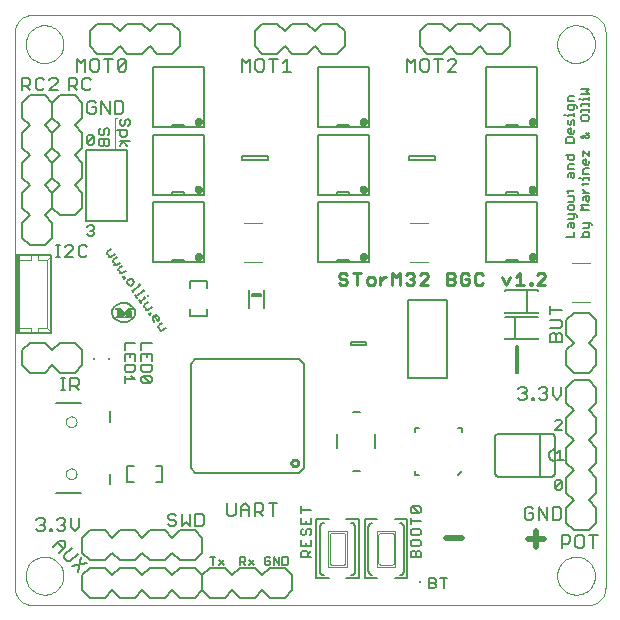
<source format=gto>
G75*
%MOIN*%
%OFA0B0*%
%FSLAX24Y24*%
%IPPOS*%
%LPD*%
%AMOC8*
5,1,8,0,0,1.08239X$1,22.5*
%
%ADD10C,0.0000*%
%ADD11C,0.0100*%
%ADD12C,0.0050*%
%ADD13C,0.0080*%
%ADD14C,0.0060*%
%ADD15C,0.0200*%
%ADD16C,0.0003*%
%ADD17C,0.0055*%
%ADD18C,0.0040*%
%ADD19C,0.0150*%
%ADD20R,0.0098X0.0098*%
%ADD21C,0.0030*%
%ADD22C,0.0020*%
%ADD23R,0.0148X0.2559*%
D10*
X000588Y000721D02*
X000588Y019224D01*
X000587Y019224D02*
X000589Y019270D01*
X000594Y019316D01*
X000603Y019362D01*
X000616Y019407D01*
X000632Y019450D01*
X000651Y019492D01*
X000674Y019533D01*
X000700Y019571D01*
X000729Y019608D01*
X000760Y019642D01*
X000794Y019673D01*
X000831Y019702D01*
X000869Y019728D01*
X000910Y019751D01*
X000952Y019770D01*
X000995Y019786D01*
X001040Y019799D01*
X001086Y019808D01*
X001132Y019813D01*
X001178Y019815D01*
X019682Y019815D01*
X019728Y019813D01*
X019774Y019808D01*
X019820Y019799D01*
X019865Y019786D01*
X019908Y019770D01*
X019950Y019751D01*
X019991Y019728D01*
X020029Y019702D01*
X020066Y019673D01*
X020100Y019642D01*
X020131Y019608D01*
X020160Y019571D01*
X020186Y019533D01*
X020209Y019492D01*
X020228Y019450D01*
X020244Y019407D01*
X020257Y019362D01*
X020266Y019316D01*
X020271Y019270D01*
X020273Y019224D01*
X020273Y000721D01*
X020271Y000675D01*
X020266Y000629D01*
X020257Y000583D01*
X020244Y000538D01*
X020228Y000495D01*
X020209Y000453D01*
X020186Y000412D01*
X020160Y000374D01*
X020131Y000337D01*
X020100Y000303D01*
X020066Y000272D01*
X020029Y000243D01*
X019991Y000217D01*
X019950Y000194D01*
X019908Y000175D01*
X019865Y000159D01*
X019820Y000146D01*
X019774Y000137D01*
X019728Y000132D01*
X019682Y000130D01*
X001178Y000130D01*
X001132Y000132D01*
X001086Y000137D01*
X001040Y000146D01*
X000995Y000159D01*
X000952Y000175D01*
X000910Y000194D01*
X000869Y000217D01*
X000831Y000243D01*
X000794Y000272D01*
X000760Y000303D01*
X000729Y000337D01*
X000700Y000374D01*
X000674Y000412D01*
X000651Y000453D01*
X000632Y000495D01*
X000616Y000538D01*
X000603Y000583D01*
X000594Y000629D01*
X000589Y000675D01*
X000587Y000721D01*
X000942Y001114D02*
X000944Y001164D01*
X000950Y001214D01*
X000960Y001263D01*
X000974Y001311D01*
X000991Y001358D01*
X001012Y001403D01*
X001037Y001447D01*
X001065Y001488D01*
X001097Y001527D01*
X001131Y001564D01*
X001168Y001598D01*
X001208Y001628D01*
X001250Y001655D01*
X001294Y001679D01*
X001340Y001700D01*
X001387Y001716D01*
X001435Y001729D01*
X001485Y001738D01*
X001534Y001743D01*
X001585Y001744D01*
X001635Y001741D01*
X001684Y001734D01*
X001733Y001723D01*
X001781Y001708D01*
X001827Y001690D01*
X001872Y001668D01*
X001915Y001642D01*
X001956Y001613D01*
X001995Y001581D01*
X002031Y001546D01*
X002063Y001508D01*
X002093Y001468D01*
X002120Y001425D01*
X002143Y001381D01*
X002162Y001335D01*
X002178Y001287D01*
X002190Y001238D01*
X002198Y001189D01*
X002202Y001139D01*
X002202Y001089D01*
X002198Y001039D01*
X002190Y000990D01*
X002178Y000941D01*
X002162Y000893D01*
X002143Y000847D01*
X002120Y000803D01*
X002093Y000760D01*
X002063Y000720D01*
X002031Y000682D01*
X001995Y000647D01*
X001956Y000615D01*
X001915Y000586D01*
X001872Y000560D01*
X001827Y000538D01*
X001781Y000520D01*
X001733Y000505D01*
X001684Y000494D01*
X001635Y000487D01*
X001585Y000484D01*
X001534Y000485D01*
X001485Y000490D01*
X001435Y000499D01*
X001387Y000512D01*
X001340Y000528D01*
X001294Y000549D01*
X001250Y000573D01*
X001208Y000600D01*
X001168Y000630D01*
X001131Y000664D01*
X001097Y000701D01*
X001065Y000740D01*
X001037Y000781D01*
X001012Y000825D01*
X000991Y000870D01*
X000974Y000917D01*
X000960Y000965D01*
X000950Y001014D01*
X000944Y001064D01*
X000942Y001114D01*
X002286Y004514D02*
X002288Y004540D01*
X002294Y004566D01*
X002304Y004591D01*
X002317Y004614D01*
X002333Y004634D01*
X002353Y004652D01*
X002375Y004667D01*
X002398Y004679D01*
X002424Y004687D01*
X002450Y004691D01*
X002476Y004691D01*
X002502Y004687D01*
X002528Y004679D01*
X002552Y004667D01*
X002573Y004652D01*
X002593Y004634D01*
X002609Y004614D01*
X002622Y004591D01*
X002632Y004566D01*
X002638Y004540D01*
X002640Y004514D01*
X002638Y004488D01*
X002632Y004462D01*
X002622Y004437D01*
X002609Y004414D01*
X002593Y004394D01*
X002573Y004376D01*
X002551Y004361D01*
X002528Y004349D01*
X002502Y004341D01*
X002476Y004337D01*
X002450Y004337D01*
X002424Y004341D01*
X002398Y004349D01*
X002374Y004361D01*
X002353Y004376D01*
X002333Y004394D01*
X002317Y004414D01*
X002304Y004437D01*
X002294Y004462D01*
X002288Y004488D01*
X002286Y004514D01*
X002286Y006246D02*
X002288Y006272D01*
X002294Y006298D01*
X002304Y006323D01*
X002317Y006346D01*
X002333Y006366D01*
X002353Y006384D01*
X002375Y006399D01*
X002398Y006411D01*
X002424Y006419D01*
X002450Y006423D01*
X002476Y006423D01*
X002502Y006419D01*
X002528Y006411D01*
X002552Y006399D01*
X002573Y006384D01*
X002593Y006366D01*
X002609Y006346D01*
X002622Y006323D01*
X002632Y006298D01*
X002638Y006272D01*
X002640Y006246D01*
X002638Y006220D01*
X002632Y006194D01*
X002622Y006169D01*
X002609Y006146D01*
X002593Y006126D01*
X002573Y006108D01*
X002551Y006093D01*
X002528Y006081D01*
X002502Y006073D01*
X002476Y006069D01*
X002450Y006069D01*
X002424Y006073D01*
X002398Y006081D01*
X002374Y006093D01*
X002353Y006108D01*
X002333Y006126D01*
X002317Y006146D01*
X002304Y006169D01*
X002294Y006194D01*
X002288Y006220D01*
X002286Y006246D01*
X000942Y018831D02*
X000944Y018881D01*
X000950Y018931D01*
X000960Y018980D01*
X000974Y019028D01*
X000991Y019075D01*
X001012Y019120D01*
X001037Y019164D01*
X001065Y019205D01*
X001097Y019244D01*
X001131Y019281D01*
X001168Y019315D01*
X001208Y019345D01*
X001250Y019372D01*
X001294Y019396D01*
X001340Y019417D01*
X001387Y019433D01*
X001435Y019446D01*
X001485Y019455D01*
X001534Y019460D01*
X001585Y019461D01*
X001635Y019458D01*
X001684Y019451D01*
X001733Y019440D01*
X001781Y019425D01*
X001827Y019407D01*
X001872Y019385D01*
X001915Y019359D01*
X001956Y019330D01*
X001995Y019298D01*
X002031Y019263D01*
X002063Y019225D01*
X002093Y019185D01*
X002120Y019142D01*
X002143Y019098D01*
X002162Y019052D01*
X002178Y019004D01*
X002190Y018955D01*
X002198Y018906D01*
X002202Y018856D01*
X002202Y018806D01*
X002198Y018756D01*
X002190Y018707D01*
X002178Y018658D01*
X002162Y018610D01*
X002143Y018564D01*
X002120Y018520D01*
X002093Y018477D01*
X002063Y018437D01*
X002031Y018399D01*
X001995Y018364D01*
X001956Y018332D01*
X001915Y018303D01*
X001872Y018277D01*
X001827Y018255D01*
X001781Y018237D01*
X001733Y018222D01*
X001684Y018211D01*
X001635Y018204D01*
X001585Y018201D01*
X001534Y018202D01*
X001485Y018207D01*
X001435Y018216D01*
X001387Y018229D01*
X001340Y018245D01*
X001294Y018266D01*
X001250Y018290D01*
X001208Y018317D01*
X001168Y018347D01*
X001131Y018381D01*
X001097Y018418D01*
X001065Y018457D01*
X001037Y018498D01*
X001012Y018542D01*
X000991Y018587D01*
X000974Y018634D01*
X000960Y018682D01*
X000950Y018731D01*
X000944Y018781D01*
X000942Y018831D01*
X018659Y018831D02*
X018661Y018881D01*
X018667Y018931D01*
X018677Y018980D01*
X018691Y019028D01*
X018708Y019075D01*
X018729Y019120D01*
X018754Y019164D01*
X018782Y019205D01*
X018814Y019244D01*
X018848Y019281D01*
X018885Y019315D01*
X018925Y019345D01*
X018967Y019372D01*
X019011Y019396D01*
X019057Y019417D01*
X019104Y019433D01*
X019152Y019446D01*
X019202Y019455D01*
X019251Y019460D01*
X019302Y019461D01*
X019352Y019458D01*
X019401Y019451D01*
X019450Y019440D01*
X019498Y019425D01*
X019544Y019407D01*
X019589Y019385D01*
X019632Y019359D01*
X019673Y019330D01*
X019712Y019298D01*
X019748Y019263D01*
X019780Y019225D01*
X019810Y019185D01*
X019837Y019142D01*
X019860Y019098D01*
X019879Y019052D01*
X019895Y019004D01*
X019907Y018955D01*
X019915Y018906D01*
X019919Y018856D01*
X019919Y018806D01*
X019915Y018756D01*
X019907Y018707D01*
X019895Y018658D01*
X019879Y018610D01*
X019860Y018564D01*
X019837Y018520D01*
X019810Y018477D01*
X019780Y018437D01*
X019748Y018399D01*
X019712Y018364D01*
X019673Y018332D01*
X019632Y018303D01*
X019589Y018277D01*
X019544Y018255D01*
X019498Y018237D01*
X019450Y018222D01*
X019401Y018211D01*
X019352Y018204D01*
X019302Y018201D01*
X019251Y018202D01*
X019202Y018207D01*
X019152Y018216D01*
X019104Y018229D01*
X019057Y018245D01*
X019011Y018266D01*
X018967Y018290D01*
X018925Y018317D01*
X018885Y018347D01*
X018848Y018381D01*
X018814Y018418D01*
X018782Y018457D01*
X018754Y018498D01*
X018729Y018542D01*
X018708Y018587D01*
X018691Y018634D01*
X018677Y018682D01*
X018667Y018731D01*
X018661Y018781D01*
X018659Y018831D01*
X018659Y001114D02*
X018661Y001164D01*
X018667Y001214D01*
X018677Y001263D01*
X018691Y001311D01*
X018708Y001358D01*
X018729Y001403D01*
X018754Y001447D01*
X018782Y001488D01*
X018814Y001527D01*
X018848Y001564D01*
X018885Y001598D01*
X018925Y001628D01*
X018967Y001655D01*
X019011Y001679D01*
X019057Y001700D01*
X019104Y001716D01*
X019152Y001729D01*
X019202Y001738D01*
X019251Y001743D01*
X019302Y001744D01*
X019352Y001741D01*
X019401Y001734D01*
X019450Y001723D01*
X019498Y001708D01*
X019544Y001690D01*
X019589Y001668D01*
X019632Y001642D01*
X019673Y001613D01*
X019712Y001581D01*
X019748Y001546D01*
X019780Y001508D01*
X019810Y001468D01*
X019837Y001425D01*
X019860Y001381D01*
X019879Y001335D01*
X019895Y001287D01*
X019907Y001238D01*
X019915Y001189D01*
X019919Y001139D01*
X019919Y001089D01*
X019915Y001039D01*
X019907Y000990D01*
X019895Y000941D01*
X019879Y000893D01*
X019860Y000847D01*
X019837Y000803D01*
X019810Y000760D01*
X019780Y000720D01*
X019748Y000682D01*
X019712Y000647D01*
X019673Y000615D01*
X019632Y000586D01*
X019589Y000560D01*
X019544Y000538D01*
X019498Y000520D01*
X019450Y000505D01*
X019401Y000494D01*
X019352Y000487D01*
X019302Y000484D01*
X019251Y000485D01*
X019202Y000490D01*
X019152Y000499D01*
X019104Y000512D01*
X019057Y000528D01*
X019011Y000549D01*
X018967Y000573D01*
X018925Y000600D01*
X018885Y000630D01*
X018848Y000664D01*
X018814Y000701D01*
X018782Y000740D01*
X018754Y000781D01*
X018729Y000825D01*
X018708Y000870D01*
X018691Y000917D01*
X018677Y000965D01*
X018667Y001014D01*
X018661Y001064D01*
X018659Y001114D01*
D11*
X009802Y004868D02*
X009804Y004888D01*
X009809Y004908D01*
X009819Y004926D01*
X009831Y004943D01*
X009846Y004957D01*
X009864Y004967D01*
X009883Y004975D01*
X009903Y004979D01*
X009923Y004979D01*
X009943Y004975D01*
X009962Y004967D01*
X009980Y004957D01*
X009995Y004943D01*
X010007Y004926D01*
X010017Y004908D01*
X010022Y004888D01*
X010024Y004868D01*
X010022Y004848D01*
X010017Y004828D01*
X010007Y004810D01*
X009995Y004793D01*
X009980Y004779D01*
X009962Y004769D01*
X009943Y004761D01*
X009923Y004757D01*
X009903Y004757D01*
X009883Y004761D01*
X009864Y004769D01*
X009846Y004779D01*
X009831Y004793D01*
X009819Y004810D01*
X009809Y004828D01*
X009804Y004848D01*
X009802Y004868D01*
X011455Y010805D02*
X011388Y010872D01*
X011455Y010805D02*
X011588Y010805D01*
X011655Y010872D01*
X011655Y010938D01*
X011588Y011005D01*
X011455Y011005D01*
X011388Y011072D01*
X011388Y011139D01*
X011455Y011205D01*
X011588Y011205D01*
X011655Y011139D01*
X011848Y011205D02*
X012115Y011205D01*
X011982Y011205D02*
X011982Y010805D01*
X012309Y010872D02*
X012375Y010805D01*
X012509Y010805D01*
X012576Y010872D01*
X012576Y011005D01*
X012509Y011072D01*
X012375Y011072D01*
X012309Y011005D01*
X012309Y010872D01*
X012769Y010938D02*
X012902Y011072D01*
X012969Y011072D01*
X012769Y011072D02*
X012769Y010805D01*
X013153Y010805D02*
X013153Y011205D01*
X013286Y011072D01*
X013420Y011205D01*
X013420Y010805D01*
X013613Y010872D02*
X013680Y010805D01*
X013813Y010805D01*
X013880Y010872D01*
X013880Y010938D01*
X013813Y011005D01*
X013747Y011005D01*
X013813Y011005D02*
X013880Y011072D01*
X013880Y011139D01*
X013813Y011205D01*
X013680Y011205D01*
X013613Y011139D01*
X014073Y011139D02*
X014140Y011205D01*
X014274Y011205D01*
X014340Y011139D01*
X014340Y011072D01*
X014073Y010805D01*
X014340Y010805D01*
X014994Y010805D02*
X015194Y010805D01*
X015261Y010872D01*
X015261Y010938D01*
X015194Y011005D01*
X014994Y011005D01*
X014994Y010805D02*
X014994Y011205D01*
X015194Y011205D01*
X015261Y011139D01*
X015261Y011072D01*
X015194Y011005D01*
X015455Y010872D02*
X015521Y010805D01*
X015655Y010805D01*
X015722Y010872D01*
X015722Y011005D01*
X015588Y011005D01*
X015455Y011139D02*
X015455Y010872D01*
X015455Y011139D02*
X015521Y011205D01*
X015655Y011205D01*
X015722Y011139D01*
X015915Y011139D02*
X015915Y010872D01*
X015982Y010805D01*
X016115Y010805D01*
X016182Y010872D01*
X016182Y011139D02*
X016115Y011205D01*
X015982Y011205D01*
X015915Y011139D01*
X016836Y011072D02*
X016969Y010805D01*
X017103Y011072D01*
X017296Y011072D02*
X017430Y011205D01*
X017430Y010805D01*
X017563Y010805D02*
X017296Y010805D01*
X017757Y010805D02*
X017823Y010805D01*
X017823Y010872D01*
X017757Y010872D01*
X017757Y010805D01*
X017987Y010805D02*
X018254Y011072D01*
X018254Y011139D01*
X018187Y011205D01*
X018054Y011205D01*
X017987Y011139D01*
X017987Y010805D02*
X018254Y010805D01*
D12*
X018949Y012405D02*
X019219Y012405D01*
X019219Y012585D01*
X019174Y012700D02*
X019129Y012745D01*
X019129Y012880D01*
X019084Y012880D02*
X019219Y012880D01*
X019219Y012745D01*
X019174Y012700D01*
X019039Y012745D02*
X019039Y012835D01*
X019084Y012880D01*
X019039Y012994D02*
X019174Y012994D01*
X019219Y013039D01*
X019219Y013174D01*
X019264Y013174D02*
X019039Y013174D01*
X019084Y013289D02*
X019174Y013289D01*
X019219Y013334D01*
X019219Y013424D01*
X019174Y013469D01*
X019084Y013469D01*
X019039Y013424D01*
X019039Y013334D01*
X019084Y013289D01*
X019264Y013174D02*
X019309Y013129D01*
X019309Y013084D01*
X019449Y013289D02*
X019539Y013379D01*
X019449Y013469D01*
X019719Y013469D01*
X019674Y013584D02*
X019629Y013629D01*
X019629Y013764D01*
X019584Y013764D02*
X019719Y013764D01*
X019719Y013629D01*
X019674Y013584D01*
X019539Y013629D02*
X019539Y013719D01*
X019584Y013764D01*
X019629Y013878D02*
X019539Y013968D01*
X019539Y014013D01*
X019539Y014124D02*
X019539Y014214D01*
X019494Y014169D02*
X019674Y014169D01*
X019719Y014214D01*
X019719Y014320D02*
X019719Y014410D01*
X019719Y014365D02*
X019539Y014365D01*
X019539Y014320D01*
X019449Y014365D02*
X019404Y014365D01*
X019219Y014414D02*
X019174Y014369D01*
X019129Y014414D01*
X019129Y014549D01*
X019084Y014549D02*
X019219Y014549D01*
X019219Y014414D01*
X019039Y014414D02*
X019039Y014504D01*
X019084Y014549D01*
X019039Y014664D02*
X019039Y014799D01*
X019084Y014844D01*
X019219Y014844D01*
X019174Y014959D02*
X019084Y014959D01*
X019039Y015004D01*
X019039Y015139D01*
X018949Y015139D02*
X019219Y015139D01*
X019219Y015004D01*
X019174Y014959D01*
X019219Y014664D02*
X019039Y014664D01*
X019539Y014652D02*
X019539Y014517D01*
X019719Y014517D01*
X019719Y014697D02*
X019584Y014697D01*
X019539Y014652D01*
X019584Y014811D02*
X019539Y014856D01*
X019539Y014946D01*
X019584Y014991D01*
X019629Y014991D01*
X019629Y014811D01*
X019674Y014811D02*
X019584Y014811D01*
X019674Y014811D02*
X019719Y014856D01*
X019719Y014946D01*
X019719Y015106D02*
X019719Y015286D01*
X019539Y015286D02*
X019719Y015106D01*
X019539Y015106D02*
X019539Y015286D01*
X019539Y015695D02*
X019719Y015875D01*
X019719Y015785D02*
X019719Y015740D01*
X019674Y015695D01*
X019629Y015695D01*
X019539Y015785D01*
X019494Y015785D01*
X019449Y015740D01*
X019494Y015695D01*
X019539Y015695D01*
X019629Y015875D02*
X019719Y015785D01*
X019674Y016285D02*
X019494Y016285D01*
X019449Y016330D01*
X019449Y016420D01*
X019494Y016465D01*
X019674Y016465D01*
X019719Y016420D01*
X019719Y016330D01*
X019674Y016285D01*
X019719Y016579D02*
X019719Y016669D01*
X019719Y016624D02*
X019449Y016624D01*
X019449Y016579D01*
X019449Y016776D02*
X019449Y016821D01*
X019719Y016821D01*
X019719Y016776D02*
X019719Y016866D01*
X019719Y016972D02*
X019719Y017062D01*
X019719Y017017D02*
X019539Y017017D01*
X019539Y016972D01*
X019449Y017017D02*
X019404Y017017D01*
X019449Y017169D02*
X019719Y017169D01*
X019629Y017259D01*
X019719Y017349D01*
X019449Y017349D01*
X019219Y017103D02*
X019084Y017103D01*
X019039Y017058D01*
X019039Y016923D01*
X019219Y016923D01*
X019219Y016808D02*
X019219Y016673D01*
X019174Y016628D01*
X019084Y016628D01*
X019039Y016673D01*
X019039Y016808D01*
X019264Y016808D01*
X019309Y016763D01*
X019309Y016718D01*
X019219Y016522D02*
X019219Y016432D01*
X019219Y016477D02*
X019039Y016477D01*
X019039Y016432D01*
X018949Y016477D02*
X018904Y016477D01*
X019039Y016317D02*
X019039Y016182D01*
X019084Y016137D01*
X019129Y016182D01*
X019129Y016272D01*
X019174Y016317D01*
X019219Y016272D01*
X019219Y016137D01*
X019129Y016023D02*
X019129Y015843D01*
X019084Y015843D02*
X019039Y015888D01*
X019039Y015978D01*
X019084Y016023D01*
X019129Y016023D01*
X019219Y015978D02*
X019219Y015888D01*
X019174Y015843D01*
X019084Y015843D01*
X019174Y015728D02*
X018994Y015728D01*
X018949Y015683D01*
X018949Y015548D01*
X019219Y015548D01*
X019219Y015683D01*
X019174Y015728D01*
X019219Y013968D02*
X019174Y013923D01*
X018994Y013923D01*
X019039Y013878D02*
X019039Y013968D01*
X019039Y013764D02*
X019219Y013764D01*
X019219Y013629D01*
X019174Y013584D01*
X019039Y013584D01*
X019449Y013289D02*
X019719Y013289D01*
X019719Y012880D02*
X019719Y012745D01*
X019674Y012700D01*
X019539Y012700D01*
X019584Y012585D02*
X019539Y012540D01*
X019539Y012405D01*
X019449Y012405D02*
X019719Y012405D01*
X019719Y012540D01*
X019674Y012585D01*
X019584Y012585D01*
X019539Y012880D02*
X019764Y012880D01*
X019809Y012835D01*
X019809Y012790D01*
X019719Y013878D02*
X019539Y013878D01*
X018088Y005830D02*
X018088Y004630D01*
X018088Y004430D01*
X009686Y001693D02*
X009686Y001513D01*
X009641Y001468D01*
X009506Y001468D01*
X009506Y001738D01*
X009641Y001738D01*
X009686Y001693D01*
X009391Y001738D02*
X009391Y001468D01*
X009211Y001738D01*
X009211Y001468D01*
X009097Y001513D02*
X009097Y001603D01*
X009006Y001603D01*
X008916Y001693D02*
X008916Y001513D01*
X008961Y001468D01*
X009051Y001468D01*
X009097Y001513D01*
X009097Y001693D02*
X009051Y001738D01*
X008961Y001738D01*
X008916Y001693D01*
X008561Y001648D02*
X008381Y001468D01*
X008266Y001468D02*
X008176Y001558D01*
X008221Y001558D02*
X008086Y001558D01*
X008086Y001468D02*
X008086Y001738D01*
X008221Y001738D01*
X008266Y001693D01*
X008266Y001603D01*
X008221Y001558D01*
X008381Y001648D02*
X008561Y001468D01*
X007561Y001468D02*
X007381Y001648D01*
X007266Y001738D02*
X007086Y001738D01*
X007176Y001738D02*
X007176Y001468D01*
X007381Y001468D02*
X007561Y001648D01*
X005452Y009261D02*
X005622Y009379D01*
X005452Y009261D02*
X005363Y009388D01*
X005376Y009460D01*
X005503Y009549D01*
X005389Y009621D02*
X005347Y009591D01*
X005228Y009761D01*
X005186Y009731D02*
X005271Y009791D01*
X005343Y009778D01*
X005402Y009693D01*
X005389Y009621D01*
X005233Y009574D02*
X005173Y009659D01*
X005186Y009731D01*
X005121Y009825D02*
X005078Y009795D01*
X005049Y009837D01*
X005091Y009867D01*
X005121Y009825D01*
X005019Y009969D02*
X004947Y009982D01*
X004960Y010054D01*
X004888Y010067D01*
X004901Y010139D01*
X005028Y010228D01*
X004931Y010366D02*
X004761Y010248D01*
X004732Y010290D02*
X004791Y010205D01*
X004931Y010366D02*
X004901Y010409D01*
X005016Y010426D02*
X005058Y010455D01*
X004889Y010607D02*
X004635Y010429D01*
X004605Y010471D02*
X004664Y010386D01*
X004538Y010567D02*
X004478Y010652D01*
X004508Y010610D02*
X004762Y010788D01*
X004732Y010830D01*
X004534Y010843D02*
X004547Y010915D01*
X004487Y011000D01*
X004415Y011012D01*
X004330Y010953D01*
X004318Y010881D01*
X004377Y010796D01*
X004449Y010784D01*
X004534Y010843D01*
X004859Y010649D02*
X004889Y010607D01*
X005147Y010058D02*
X005019Y009969D01*
X004265Y011047D02*
X004223Y011017D01*
X004193Y011059D01*
X004235Y011089D01*
X004265Y011047D01*
X004164Y011191D02*
X004291Y011280D01*
X004164Y011191D02*
X004092Y011204D01*
X004105Y011276D01*
X004033Y011288D01*
X004045Y011360D01*
X004172Y011449D01*
X004101Y011552D02*
X003974Y011463D01*
X003902Y011475D01*
X003914Y011547D01*
X003842Y011560D01*
X003855Y011632D01*
X003982Y011721D01*
X003911Y011823D02*
X003784Y011734D01*
X003712Y011747D01*
X003724Y011819D01*
X003652Y011832D01*
X003665Y011904D01*
X003792Y011992D01*
X004329Y012949D02*
X002951Y012949D01*
X002951Y015311D01*
X004329Y015311D01*
X004329Y012949D01*
X008400Y010649D02*
X008400Y010049D01*
X008500Y010449D02*
X008800Y010449D01*
X008800Y010499D01*
X008500Y010499D01*
X008500Y010449D01*
X008900Y010649D02*
X008900Y010049D01*
D13*
X010070Y008332D02*
X010228Y008175D01*
X010228Y004710D01*
X010070Y004553D01*
X006606Y004553D01*
X006448Y004710D01*
X006448Y008175D01*
X006606Y008332D01*
X010070Y008332D01*
X011845Y006583D02*
X012081Y006583D01*
X012593Y005835D02*
X012593Y005363D01*
X012081Y004614D02*
X011845Y004614D01*
X011333Y005363D02*
X011333Y005835D01*
X013688Y007715D02*
X013688Y010295D01*
X014988Y010295D01*
X014988Y007715D01*
X013688Y007715D01*
X013925Y006042D02*
X013925Y005905D01*
X013925Y006042D02*
X014063Y006042D01*
X015362Y006042D02*
X015500Y006042D01*
X015500Y005905D01*
X015500Y004605D02*
X015362Y004468D01*
X014063Y004468D02*
X013925Y004468D01*
X013925Y004605D01*
X017360Y007053D02*
X017430Y006983D01*
X017570Y006983D01*
X017640Y007053D01*
X017640Y007123D01*
X017570Y007193D01*
X017500Y007193D01*
X017570Y007193D02*
X017640Y007263D01*
X017640Y007333D01*
X017570Y007403D01*
X017430Y007403D01*
X017360Y007333D01*
X017821Y007053D02*
X017891Y007053D01*
X017891Y006983D01*
X017821Y006983D01*
X017821Y007053D01*
X018051Y007053D02*
X018121Y006983D01*
X018261Y006983D01*
X018331Y007053D01*
X018331Y007123D01*
X018261Y007193D01*
X018191Y007193D01*
X018261Y007193D02*
X018331Y007263D01*
X018331Y007333D01*
X018261Y007403D01*
X018121Y007403D01*
X018051Y007333D01*
X018511Y007403D02*
X018511Y007123D01*
X018651Y006983D01*
X018791Y007123D01*
X018791Y007403D01*
X018963Y007380D02*
X019213Y007630D01*
X019713Y007630D01*
X019963Y007380D01*
X019963Y006880D01*
X019713Y006630D01*
X019963Y006380D01*
X019963Y005880D01*
X019713Y005630D01*
X019963Y005380D01*
X019963Y004880D01*
X019713Y004630D01*
X019963Y004380D01*
X019963Y003880D01*
X019713Y003630D01*
X019963Y003380D01*
X019963Y002880D01*
X019713Y002630D01*
X019213Y002630D01*
X018963Y002880D01*
X018963Y003380D01*
X019213Y003630D01*
X018963Y003880D01*
X018963Y004380D01*
X019213Y004630D01*
X018963Y004880D01*
X018963Y005380D01*
X019213Y005630D01*
X018963Y005880D01*
X018963Y006380D01*
X019213Y006630D01*
X018963Y006880D01*
X018963Y007380D01*
X019213Y007880D02*
X019713Y007880D01*
X019963Y008130D01*
X019963Y008630D01*
X019713Y008880D01*
X019963Y009130D01*
X019963Y009630D01*
X019713Y009880D01*
X019213Y009880D01*
X018963Y009630D01*
X018963Y009130D01*
X019213Y008880D01*
X018963Y008630D01*
X018963Y008130D01*
X019213Y007880D01*
X018829Y008914D02*
X018409Y008914D01*
X018409Y009124D01*
X018479Y009194D01*
X018549Y009194D01*
X018619Y009124D01*
X018619Y008914D01*
X018619Y009124D02*
X018689Y009194D01*
X018759Y009194D01*
X018829Y009124D01*
X018829Y008914D01*
X018759Y009374D02*
X018409Y009374D01*
X018759Y009374D02*
X018829Y009444D01*
X018829Y009584D01*
X018759Y009654D01*
X018409Y009654D01*
X018409Y009835D02*
X018409Y010115D01*
X018409Y009975D02*
X018829Y009975D01*
X018721Y003403D02*
X018511Y003403D01*
X018511Y002983D01*
X018721Y002983D01*
X018791Y003053D01*
X018791Y003333D01*
X018721Y003403D01*
X018331Y003403D02*
X018331Y002983D01*
X018051Y003403D01*
X018051Y002983D01*
X017871Y003053D02*
X017871Y003193D01*
X017731Y003193D01*
X017871Y003333D02*
X017801Y003403D01*
X017660Y003403D01*
X017590Y003333D01*
X017590Y003053D01*
X017660Y002983D01*
X017801Y002983D01*
X017871Y003053D01*
X018809Y002465D02*
X019019Y002465D01*
X019089Y002395D01*
X019089Y002255D01*
X019019Y002185D01*
X018809Y002185D01*
X018809Y002045D02*
X018809Y002465D01*
X019270Y002395D02*
X019270Y002115D01*
X019340Y002045D01*
X019480Y002045D01*
X019550Y002115D01*
X019550Y002395D01*
X019480Y002465D01*
X019340Y002465D01*
X019270Y002395D01*
X019730Y002465D02*
X020010Y002465D01*
X019870Y002465D02*
X019870Y002045D01*
X009838Y001130D02*
X009838Y000630D01*
X009588Y000380D01*
X009088Y000380D01*
X008838Y000630D01*
X008588Y000380D01*
X008088Y000380D01*
X007838Y000630D01*
X007588Y000380D01*
X007088Y000380D01*
X006838Y000630D01*
X006588Y000380D01*
X006088Y000380D01*
X005838Y000630D01*
X005588Y000380D01*
X005088Y000380D01*
X004838Y000630D01*
X004588Y000380D01*
X004088Y000380D01*
X003838Y000630D01*
X003588Y000380D01*
X003088Y000380D01*
X002838Y000630D01*
X002838Y001130D01*
X003088Y001380D01*
X003588Y001380D01*
X003838Y001130D01*
X004088Y001380D01*
X004588Y001380D01*
X004838Y001130D01*
X005088Y001380D01*
X005588Y001380D01*
X005838Y001130D01*
X006088Y001380D01*
X006588Y001380D01*
X006838Y001130D01*
X006838Y000630D01*
X006838Y001130D01*
X007088Y001380D01*
X007588Y001380D01*
X007838Y001130D01*
X008088Y001380D01*
X008588Y001380D01*
X008838Y001130D01*
X009088Y001380D01*
X009588Y001380D01*
X009838Y001130D01*
X009183Y003108D02*
X009183Y003528D01*
X009323Y003528D02*
X009042Y003528D01*
X008862Y003458D02*
X008862Y003318D01*
X008792Y003248D01*
X008582Y003248D01*
X008722Y003248D02*
X008862Y003108D01*
X008582Y003108D02*
X008582Y003528D01*
X008792Y003528D01*
X008862Y003458D01*
X008402Y003388D02*
X008402Y003108D01*
X008402Y003318D02*
X008122Y003318D01*
X008122Y003388D02*
X008262Y003528D01*
X008402Y003388D01*
X008122Y003388D02*
X008122Y003108D01*
X007941Y003178D02*
X007941Y003528D01*
X007661Y003528D02*
X007661Y003178D01*
X007731Y003108D01*
X007871Y003108D01*
X007941Y003178D01*
X006885Y003114D02*
X006885Y002834D01*
X006815Y002764D01*
X006605Y002764D01*
X006605Y003184D01*
X006815Y003184D01*
X006885Y003114D01*
X006425Y003184D02*
X006425Y002764D01*
X006285Y002904D01*
X006145Y002764D01*
X006145Y003184D01*
X005964Y003114D02*
X005894Y003184D01*
X005754Y003184D01*
X005684Y003114D01*
X005684Y003044D01*
X005754Y002974D01*
X005894Y002974D01*
X005964Y002904D01*
X005964Y002834D01*
X005894Y002764D01*
X005754Y002764D01*
X005684Y002834D01*
X005588Y002630D02*
X005838Y002380D01*
X006088Y002630D01*
X006588Y002630D01*
X006838Y002380D01*
X006838Y001880D01*
X006588Y001630D01*
X006088Y001630D01*
X005838Y001880D01*
X005588Y001630D01*
X005088Y001630D01*
X004838Y001880D01*
X004588Y001630D01*
X004088Y001630D01*
X003838Y001880D01*
X003588Y001630D01*
X003088Y001630D01*
X002838Y001880D01*
X002838Y002380D01*
X003088Y002630D01*
X003588Y002630D01*
X003838Y002380D01*
X004088Y002630D01*
X004588Y002630D01*
X004838Y002380D01*
X005088Y002630D01*
X005588Y002630D01*
X003762Y004160D02*
X003762Y004514D01*
X002778Y003884D02*
X001951Y003884D01*
X002058Y003028D02*
X002198Y003028D01*
X002269Y002958D01*
X002269Y002888D01*
X002198Y002818D01*
X002269Y002748D01*
X002269Y002678D01*
X002198Y002608D01*
X002058Y002608D01*
X001988Y002678D01*
X001828Y002678D02*
X001828Y002608D01*
X001758Y002608D01*
X001758Y002678D01*
X001828Y002678D01*
X001578Y002678D02*
X001508Y002608D01*
X001368Y002608D01*
X001298Y002678D01*
X001438Y002818D02*
X001508Y002818D01*
X001578Y002748D01*
X001578Y002678D01*
X001508Y002818D02*
X001578Y002888D01*
X001578Y002958D01*
X001508Y003028D01*
X001368Y003028D01*
X001298Y002958D01*
X001988Y002958D02*
X002058Y003028D01*
X002128Y002818D02*
X002198Y002818D01*
X002449Y002748D02*
X002589Y002608D01*
X002729Y002748D01*
X002729Y003028D01*
X002449Y003028D02*
X002449Y002748D01*
X002252Y002274D02*
X002053Y002274D01*
X001855Y002075D01*
X002004Y002224D02*
X002202Y002026D01*
X002252Y002075D02*
X002053Y001877D01*
X002230Y001799D02*
X002230Y001700D01*
X002329Y001601D01*
X002429Y001601D01*
X002676Y001849D01*
X002804Y001722D02*
X002705Y001226D01*
X002506Y001424D02*
X003002Y001523D01*
X002478Y002047D02*
X002230Y001799D01*
X002252Y002075D02*
X002252Y002274D01*
X003762Y006246D02*
X003762Y006600D01*
X002778Y006876D02*
X001951Y006876D01*
X002128Y007295D02*
X002268Y007295D01*
X002198Y007295D02*
X002198Y007715D01*
X002128Y007715D02*
X002268Y007715D01*
X002435Y007715D02*
X002645Y007715D01*
X002715Y007645D01*
X002715Y007505D01*
X002645Y007435D01*
X002435Y007435D01*
X002575Y007435D02*
X002715Y007295D01*
X002435Y007295D02*
X002435Y007715D01*
X002588Y007880D02*
X002088Y007880D01*
X001838Y008130D01*
X001588Y007880D01*
X001088Y007880D01*
X000838Y008130D01*
X000838Y008630D01*
X001088Y008880D01*
X001588Y008880D01*
X001838Y008630D01*
X002088Y008880D01*
X002588Y008880D01*
X002838Y008630D01*
X002838Y008130D01*
X002588Y007880D01*
X001803Y009216D02*
X001803Y011794D01*
X000622Y011794D01*
X000622Y009216D01*
X001803Y009216D01*
X001940Y011733D02*
X002080Y011733D01*
X002010Y011733D02*
X002010Y012153D01*
X001940Y012153D02*
X002080Y012153D01*
X002247Y012083D02*
X002317Y012153D01*
X002457Y012153D01*
X002528Y012083D01*
X002528Y012013D01*
X002247Y011733D01*
X002528Y011733D01*
X002708Y011803D02*
X002778Y011733D01*
X002918Y011733D01*
X002988Y011803D01*
X002988Y012083D02*
X002918Y012153D01*
X002778Y012153D01*
X002708Y012083D01*
X002708Y011803D01*
X001838Y012380D02*
X001838Y012880D01*
X001588Y013130D01*
X001838Y013380D01*
X001838Y013880D01*
X001588Y014130D01*
X001838Y014380D01*
X001838Y014880D01*
X001588Y015130D01*
X001838Y015380D01*
X001838Y015880D01*
X001588Y016130D01*
X001838Y016380D01*
X001838Y016880D01*
X001588Y017130D01*
X001088Y017130D01*
X000838Y016880D01*
X000838Y016380D01*
X001088Y016130D01*
X000838Y015880D01*
X000838Y015380D01*
X001088Y015130D01*
X000838Y014880D01*
X000838Y014380D01*
X001088Y014130D01*
X000838Y013880D01*
X000838Y013380D01*
X001088Y013130D01*
X000838Y012880D01*
X000838Y012380D01*
X001088Y012130D01*
X001588Y012130D01*
X001838Y012380D01*
X002088Y013130D02*
X002588Y013130D01*
X002838Y013380D01*
X002838Y013880D01*
X002588Y014130D01*
X002838Y014380D01*
X002838Y014880D01*
X002588Y015130D01*
X002838Y015380D01*
X002838Y015880D01*
X002588Y016130D01*
X002838Y016380D01*
X002838Y016880D01*
X002588Y017130D01*
X002088Y017130D01*
X001838Y016880D01*
X001838Y016380D01*
X002088Y016130D01*
X001838Y015880D01*
X001838Y015380D01*
X002088Y015130D01*
X001838Y014880D01*
X001838Y014380D01*
X002088Y014130D01*
X001838Y013880D01*
X001838Y013380D01*
X002088Y013130D01*
X003073Y016514D02*
X003213Y016514D01*
X003283Y016584D01*
X003283Y016724D01*
X003143Y016724D01*
X003283Y016864D02*
X003213Y016934D01*
X003073Y016934D01*
X003003Y016864D01*
X003003Y016584D01*
X003073Y016514D01*
X003463Y016514D02*
X003463Y016934D01*
X003743Y016514D01*
X003743Y016934D01*
X003924Y016934D02*
X004134Y016934D01*
X004204Y016864D01*
X004204Y016584D01*
X004134Y016514D01*
X003924Y016514D01*
X003924Y016934D01*
X003118Y017365D02*
X003048Y017295D01*
X002908Y017295D01*
X002838Y017365D01*
X002838Y017645D01*
X002908Y017715D01*
X003048Y017715D01*
X003118Y017645D01*
X003175Y017920D02*
X003315Y017920D01*
X003385Y017990D01*
X003385Y018270D01*
X003315Y018340D01*
X003175Y018340D01*
X003105Y018270D01*
X003105Y017990D01*
X003175Y017920D01*
X002925Y017920D02*
X002925Y018340D01*
X002785Y018200D01*
X002645Y018340D01*
X002645Y017920D01*
X002588Y017715D02*
X002378Y017715D01*
X002378Y017295D01*
X002378Y017435D02*
X002588Y017435D01*
X002658Y017505D01*
X002658Y017645D01*
X002588Y017715D01*
X002518Y017435D02*
X002658Y017295D01*
X002016Y017295D02*
X001736Y017295D01*
X002016Y017575D01*
X002016Y017645D01*
X001946Y017715D01*
X001806Y017715D01*
X001736Y017645D01*
X001556Y017645D02*
X001486Y017715D01*
X001346Y017715D01*
X001276Y017645D01*
X001276Y017365D01*
X001346Y017295D01*
X001486Y017295D01*
X001556Y017365D01*
X001096Y017295D02*
X000955Y017435D01*
X001026Y017435D02*
X000815Y017435D01*
X000815Y017295D02*
X000815Y017715D01*
X001026Y017715D01*
X001096Y017645D01*
X001096Y017505D01*
X001026Y017435D01*
X003088Y018755D02*
X003338Y018505D01*
X003838Y018505D01*
X004088Y018755D01*
X004338Y018505D01*
X004838Y018505D01*
X005088Y018755D01*
X005338Y018505D01*
X005838Y018505D01*
X006088Y018755D01*
X006088Y019255D01*
X005838Y019505D01*
X005338Y019505D01*
X005088Y019255D01*
X004838Y019505D01*
X004338Y019505D01*
X004088Y019255D01*
X003838Y019505D01*
X003338Y019505D01*
X003088Y019255D01*
X003088Y018755D01*
X003565Y018340D02*
X003846Y018340D01*
X003705Y018340D02*
X003705Y017920D01*
X004026Y017990D02*
X004306Y018270D01*
X004306Y017990D01*
X004236Y017920D01*
X004096Y017920D01*
X004026Y017990D01*
X004026Y018270D01*
X004096Y018340D01*
X004236Y018340D01*
X004306Y018270D01*
X008145Y018340D02*
X008145Y017920D01*
X008425Y017920D02*
X008425Y018340D01*
X008285Y018200D01*
X008145Y018340D01*
X008605Y018270D02*
X008605Y017990D01*
X008675Y017920D01*
X008815Y017920D01*
X008885Y017990D01*
X008885Y018270D01*
X008815Y018340D01*
X008675Y018340D01*
X008605Y018270D01*
X008838Y018505D02*
X009338Y018505D01*
X009588Y018755D01*
X009838Y018505D01*
X010338Y018505D01*
X010588Y018755D01*
X010838Y018505D01*
X011338Y018505D01*
X011588Y018755D01*
X011588Y019255D01*
X011338Y019505D01*
X010838Y019505D01*
X010588Y019255D01*
X010338Y019505D01*
X009838Y019505D01*
X009588Y019255D01*
X009338Y019505D01*
X008838Y019505D01*
X008588Y019255D01*
X008588Y018755D01*
X008838Y018505D01*
X009065Y018340D02*
X009346Y018340D01*
X009205Y018340D02*
X009205Y017920D01*
X009526Y017920D02*
X009806Y017920D01*
X009666Y017920D02*
X009666Y018340D01*
X009526Y018200D01*
X013645Y018340D02*
X013645Y017920D01*
X013925Y017920D02*
X013925Y018340D01*
X013785Y018200D01*
X013645Y018340D01*
X014105Y018270D02*
X014105Y017990D01*
X014175Y017920D01*
X014315Y017920D01*
X014385Y017990D01*
X014385Y018270D01*
X014315Y018340D01*
X014175Y018340D01*
X014105Y018270D01*
X014338Y018505D02*
X014838Y018505D01*
X015088Y018755D01*
X015338Y018505D01*
X015838Y018505D01*
X016088Y018755D01*
X016338Y018505D01*
X016838Y018505D01*
X017088Y018755D01*
X017088Y019255D01*
X016838Y019505D01*
X016338Y019505D01*
X016088Y019255D01*
X015838Y019505D01*
X015338Y019505D01*
X015088Y019255D01*
X014838Y019505D01*
X014338Y019505D01*
X014088Y019255D01*
X014088Y018755D01*
X014338Y018505D01*
X014565Y018340D02*
X014846Y018340D01*
X014705Y018340D02*
X014705Y017920D01*
X015026Y017920D02*
X015306Y018200D01*
X015306Y018270D01*
X015236Y018340D01*
X015096Y018340D01*
X015026Y018270D01*
X015026Y017920D02*
X015306Y017920D01*
D14*
X016300Y018068D02*
X018000Y018068D01*
X018000Y016068D01*
X017350Y016068D01*
X017350Y016148D01*
X016950Y016148D01*
X016950Y016068D01*
X016300Y016068D01*
X016300Y018068D01*
X016950Y016068D02*
X017350Y016068D01*
X018000Y015818D02*
X018000Y013818D01*
X017350Y013818D01*
X017350Y013898D01*
X016950Y013898D01*
X016950Y013818D01*
X016300Y013818D01*
X016300Y015818D01*
X018000Y015818D01*
X017350Y013818D02*
X016950Y013818D01*
X016300Y013568D02*
X018000Y013568D01*
X018000Y011568D01*
X017350Y011568D01*
X017350Y011648D01*
X016950Y011648D01*
X016950Y011568D01*
X016300Y011568D01*
X016300Y013568D01*
X014588Y014974D02*
X013713Y014974D01*
X013713Y015099D01*
X014588Y015099D01*
X014588Y014974D01*
X012375Y015818D02*
X012375Y013818D01*
X011725Y013818D01*
X011725Y013898D01*
X011325Y013898D01*
X011325Y013818D01*
X010675Y013818D01*
X010675Y015818D01*
X012375Y015818D01*
X012375Y016068D02*
X011725Y016068D01*
X011725Y016148D01*
X011325Y016148D01*
X011325Y016068D01*
X010675Y016068D01*
X010675Y018068D01*
X012375Y018068D01*
X012375Y016068D01*
X011725Y016068D02*
X011325Y016068D01*
X011325Y013818D02*
X011725Y013818D01*
X012375Y013568D02*
X012375Y011568D01*
X011725Y011568D01*
X011725Y011648D01*
X011325Y011648D01*
X011325Y011568D01*
X010675Y011568D01*
X010675Y013568D01*
X012375Y013568D01*
X011725Y011568D02*
X011325Y011568D01*
X011775Y008911D02*
X011775Y008818D01*
X012275Y008818D01*
X012275Y008911D01*
X011775Y008911D01*
X006994Y009755D02*
X006994Y010005D01*
X006994Y009755D02*
X006432Y009755D01*
X006432Y010005D01*
X006432Y010693D02*
X006432Y010943D01*
X006994Y010943D01*
X006994Y010693D01*
X006875Y011568D02*
X006225Y011568D01*
X006225Y011648D01*
X005825Y011648D01*
X005825Y011568D01*
X005175Y011568D01*
X005175Y013568D01*
X006875Y013568D01*
X006875Y011568D01*
X006225Y011568D02*
X005825Y011568D01*
X005825Y013818D02*
X005175Y013818D01*
X005175Y015818D01*
X006875Y015818D01*
X006875Y013818D01*
X006225Y013818D01*
X006225Y013898D01*
X005825Y013898D01*
X005825Y013818D01*
X006225Y013818D01*
X008150Y014974D02*
X008150Y015099D01*
X009025Y015099D01*
X009025Y014974D01*
X008150Y014974D01*
X006875Y016068D02*
X006225Y016068D01*
X006225Y016148D01*
X005825Y016148D01*
X005825Y016068D01*
X005175Y016068D01*
X005175Y018068D01*
X006875Y018068D01*
X006875Y016068D01*
X006225Y016068D02*
X005825Y016068D01*
X004427Y016161D02*
X004370Y016104D01*
X004427Y016161D02*
X004427Y016274D01*
X004370Y016331D01*
X004313Y016331D01*
X004257Y016274D01*
X004257Y016161D01*
X004200Y016104D01*
X004143Y016104D01*
X004087Y016161D01*
X004087Y016274D01*
X004143Y016331D01*
X004087Y015963D02*
X004087Y015793D01*
X004143Y015736D01*
X004257Y015736D01*
X004313Y015793D01*
X004313Y015963D01*
X003973Y015963D01*
X003739Y015967D02*
X003739Y015854D01*
X003683Y015797D01*
X003569Y015854D02*
X003569Y015967D01*
X003626Y016024D01*
X003683Y016024D01*
X003739Y015967D01*
X003569Y015854D02*
X003513Y015797D01*
X003456Y015797D01*
X003399Y015854D01*
X003399Y015967D01*
X003456Y016024D01*
X003220Y015762D02*
X002993Y015535D01*
X003050Y015479D01*
X003163Y015479D01*
X003220Y015535D01*
X003220Y015762D01*
X003163Y015819D01*
X003050Y015819D01*
X002993Y015762D01*
X002993Y015535D01*
X003399Y015486D02*
X003399Y015656D01*
X003739Y015656D01*
X003739Y015486D01*
X003683Y015429D01*
X003626Y015429D01*
X003569Y015486D01*
X003569Y015656D01*
X003569Y015486D02*
X003513Y015429D01*
X003456Y015429D01*
X003399Y015486D01*
X004087Y015424D02*
X004200Y015594D01*
X004313Y015424D01*
X004427Y015594D02*
X004087Y015594D01*
X003163Y012788D02*
X003050Y012788D01*
X002993Y012731D01*
X003106Y012618D02*
X003163Y012618D01*
X003220Y012561D01*
X003220Y012504D01*
X003163Y012448D01*
X003050Y012448D01*
X002993Y012504D01*
X003163Y012618D02*
X003220Y012674D01*
X003220Y012731D01*
X003163Y012788D01*
X004243Y008881D02*
X004243Y008654D01*
X004243Y008513D02*
X004243Y008286D01*
X004243Y008145D02*
X004243Y007974D01*
X004300Y007918D01*
X004526Y007918D01*
X004583Y007974D01*
X004583Y008145D01*
X004243Y008145D01*
X004413Y008400D02*
X004413Y008513D01*
X004583Y008513D02*
X004583Y008286D01*
X004805Y008286D02*
X004805Y008513D01*
X005146Y008513D01*
X005146Y008286D01*
X005146Y008145D02*
X005146Y007974D01*
X005089Y007918D01*
X004862Y007918D01*
X004805Y007974D01*
X004805Y008145D01*
X005146Y008145D01*
X004975Y008400D02*
X004975Y008513D01*
X004805Y008654D02*
X004805Y008881D01*
X005146Y008881D01*
X004583Y008881D02*
X004243Y008881D01*
X004243Y008513D02*
X004583Y008513D01*
X004470Y007776D02*
X004583Y007663D01*
X004243Y007663D01*
X004243Y007776D02*
X004243Y007549D01*
X004805Y007606D02*
X004862Y007549D01*
X005089Y007549D01*
X004862Y007776D01*
X004805Y007720D01*
X004805Y007606D01*
X004862Y007776D02*
X005089Y007776D01*
X005146Y007720D01*
X005146Y007606D01*
X005089Y007549D01*
X005275Y004786D02*
X005494Y004786D01*
X005494Y004224D01*
X005275Y004224D01*
X004557Y004224D02*
X004307Y004224D01*
X004307Y004786D01*
X004557Y004786D01*
X010124Y003423D02*
X010124Y003196D01*
X010124Y003309D02*
X010464Y003309D01*
X010464Y003054D02*
X010464Y002827D01*
X010124Y002827D01*
X010124Y003054D01*
X010294Y002941D02*
X010294Y002827D01*
X010351Y002686D02*
X010407Y002686D01*
X010464Y002629D01*
X010464Y002516D01*
X010407Y002459D01*
X010294Y002516D02*
X010294Y002629D01*
X010351Y002686D01*
X010181Y002686D02*
X010124Y002629D01*
X010124Y002516D01*
X010181Y002459D01*
X010237Y002459D01*
X010294Y002516D01*
X010464Y002318D02*
X010464Y002091D01*
X010124Y002091D01*
X010124Y002318D01*
X010294Y002204D02*
X010294Y002091D01*
X010294Y001949D02*
X010181Y001949D01*
X010124Y001893D01*
X010124Y001723D01*
X010464Y001723D01*
X010351Y001723D02*
X010351Y001893D01*
X010294Y001949D01*
X010351Y001836D02*
X010464Y001949D01*
X010747Y001273D02*
X010747Y002737D01*
X010749Y002758D01*
X010754Y002778D01*
X010762Y002798D01*
X010773Y002816D01*
X010786Y002832D01*
X010802Y002845D01*
X010820Y002856D01*
X010840Y002864D01*
X010860Y002869D01*
X010881Y002871D01*
X011041Y002989D02*
X010629Y002989D01*
X010629Y001021D01*
X011041Y001021D01*
X010881Y001139D02*
X010860Y001141D01*
X010840Y001146D01*
X010820Y001154D01*
X010802Y001165D01*
X010786Y001178D01*
X010773Y001194D01*
X010762Y001212D01*
X010754Y001232D01*
X010749Y001252D01*
X010747Y001273D01*
X011635Y001021D02*
X012046Y001021D01*
X012046Y002989D01*
X011635Y002989D01*
X011795Y002871D02*
X011816Y002869D01*
X011836Y002864D01*
X011856Y002856D01*
X011874Y002845D01*
X011890Y002832D01*
X011903Y002816D01*
X011914Y002798D01*
X011922Y002778D01*
X011927Y002758D01*
X011929Y002737D01*
X011928Y002737D02*
X011928Y001273D01*
X011929Y001273D02*
X011927Y001252D01*
X011922Y001232D01*
X011914Y001212D01*
X011903Y001194D01*
X011890Y001178D01*
X011874Y001165D01*
X011856Y001154D01*
X011836Y001146D01*
X011816Y001141D01*
X011795Y001139D01*
X012254Y001021D02*
X012254Y002989D01*
X012666Y002989D01*
X012506Y002871D02*
X012485Y002869D01*
X012465Y002864D01*
X012445Y002856D01*
X012427Y002845D01*
X012411Y002832D01*
X012398Y002816D01*
X012387Y002798D01*
X012379Y002778D01*
X012374Y002758D01*
X012372Y002737D01*
X012372Y001273D01*
X012374Y001252D01*
X012379Y001232D01*
X012387Y001212D01*
X012398Y001194D01*
X012411Y001178D01*
X012427Y001165D01*
X012445Y001154D01*
X012465Y001146D01*
X012485Y001141D01*
X012506Y001139D01*
X012666Y001021D02*
X012254Y001021D01*
X013260Y001021D02*
X013671Y001021D01*
X013671Y002989D01*
X013260Y002989D01*
X013420Y002871D02*
X013441Y002869D01*
X013461Y002864D01*
X013481Y002856D01*
X013499Y002845D01*
X013515Y002832D01*
X013528Y002816D01*
X013539Y002798D01*
X013547Y002778D01*
X013552Y002758D01*
X013554Y002737D01*
X013553Y002737D02*
X013553Y001273D01*
X013554Y001273D02*
X013552Y001252D01*
X013547Y001232D01*
X013539Y001212D01*
X013528Y001194D01*
X013515Y001178D01*
X013499Y001165D01*
X013481Y001154D01*
X013461Y001146D01*
X013441Y001141D01*
X013420Y001139D01*
X013780Y001723D02*
X013780Y001893D01*
X013837Y001949D01*
X013893Y001949D01*
X013950Y001893D01*
X013950Y001723D01*
X013950Y001893D02*
X014007Y001949D01*
X014064Y001949D01*
X014120Y001893D01*
X014120Y001723D01*
X013780Y001723D01*
X013837Y002091D02*
X014064Y002091D01*
X014120Y002148D01*
X014120Y002261D01*
X014064Y002318D01*
X013837Y002318D01*
X013780Y002261D01*
X013780Y002148D01*
X013837Y002091D01*
X013837Y002459D02*
X014064Y002459D01*
X014120Y002516D01*
X014120Y002629D01*
X014064Y002686D01*
X013837Y002686D01*
X013780Y002629D01*
X013780Y002516D01*
X013837Y002459D01*
X013780Y002827D02*
X013780Y003054D01*
X013780Y002941D02*
X014120Y002941D01*
X014064Y003196D02*
X013837Y003196D01*
X013780Y003252D01*
X013780Y003366D01*
X013837Y003423D01*
X014064Y003196D01*
X014120Y003252D01*
X014120Y003366D01*
X014064Y003423D01*
X013837Y003423D01*
X014399Y001032D02*
X014569Y001032D01*
X014626Y000975D01*
X014626Y000918D01*
X014569Y000861D01*
X014399Y000861D01*
X014399Y000691D02*
X014569Y000691D01*
X014626Y000748D01*
X014626Y000805D01*
X014569Y000861D01*
X014399Y000691D02*
X014399Y001032D01*
X014767Y001032D02*
X014994Y001032D01*
X014881Y001032D02*
X014881Y000691D01*
X018593Y004029D02*
X018593Y004256D01*
X018650Y004313D01*
X018763Y004313D01*
X018820Y004256D01*
X018593Y004029D01*
X018650Y003973D01*
X018763Y003973D01*
X018820Y004029D01*
X018820Y004256D01*
X018588Y004560D02*
X018588Y004930D01*
X018588Y005330D01*
X018588Y005700D01*
X018586Y005723D01*
X018581Y005746D01*
X018572Y005768D01*
X018559Y005788D01*
X018544Y005806D01*
X018526Y005821D01*
X018506Y005834D01*
X018484Y005843D01*
X018461Y005848D01*
X018438Y005850D01*
X016738Y005850D01*
X016715Y005848D01*
X016692Y005843D01*
X016670Y005834D01*
X016650Y005821D01*
X016632Y005806D01*
X016617Y005788D01*
X016604Y005768D01*
X016595Y005746D01*
X016590Y005723D01*
X016588Y005700D01*
X016588Y004560D01*
X016590Y004537D01*
X016595Y004514D01*
X016604Y004492D01*
X016617Y004472D01*
X016632Y004454D01*
X016650Y004439D01*
X016670Y004426D01*
X016692Y004417D01*
X016715Y004412D01*
X016738Y004410D01*
X018438Y004410D01*
X018461Y004412D01*
X018484Y004417D01*
X018506Y004426D01*
X018526Y004439D01*
X018544Y004454D01*
X018559Y004472D01*
X018572Y004492D01*
X018581Y004514D01*
X018586Y004537D01*
X018588Y004560D01*
X018656Y004973D02*
X018883Y004973D01*
X018769Y004973D02*
X018769Y005313D01*
X018656Y005199D01*
X018588Y005330D02*
X018561Y005328D01*
X018534Y005323D01*
X018508Y005313D01*
X018484Y005301D01*
X018462Y005285D01*
X018442Y005267D01*
X018425Y005245D01*
X018410Y005222D01*
X018400Y005197D01*
X018392Y005171D01*
X018388Y005144D01*
X018388Y005116D01*
X018392Y005089D01*
X018400Y005063D01*
X018410Y005038D01*
X018425Y005015D01*
X018442Y004993D01*
X018462Y004975D01*
X018484Y004959D01*
X018508Y004947D01*
X018534Y004937D01*
X018561Y004932D01*
X018588Y004930D01*
X018593Y005973D02*
X018820Y006199D01*
X018820Y006256D01*
X018763Y006313D01*
X018650Y006313D01*
X018593Y006256D01*
X018593Y005973D02*
X018820Y005973D01*
X017369Y007880D02*
X017369Y008755D01*
X017275Y008755D01*
X017275Y007880D01*
X017369Y007880D01*
X017266Y009006D02*
X016912Y009006D01*
X016912Y009026D01*
X017266Y009006D02*
X017266Y009754D01*
X018014Y009754D01*
X018014Y009734D01*
X018014Y009881D02*
X017660Y009881D01*
X017660Y010629D01*
X018014Y010629D01*
X018014Y010609D01*
X017660Y010629D02*
X016912Y010629D01*
X016912Y010609D01*
X016912Y009901D02*
X016912Y009881D01*
X017660Y009881D01*
X018014Y009901D02*
X018014Y009881D01*
X017266Y009754D02*
X016912Y009754D01*
X016912Y009734D01*
X017266Y009006D02*
X018014Y009006D01*
X018014Y009026D01*
X017350Y011568D02*
X016950Y011568D01*
D15*
X017971Y002616D02*
X017971Y002082D01*
X017705Y002349D02*
X018238Y002349D01*
X015488Y002380D02*
X014955Y002380D01*
D16*
X004513Y009736D02*
X004502Y009732D01*
X004485Y009732D01*
X004454Y009733D01*
X004423Y009736D01*
X004311Y009737D01*
X004238Y009732D01*
X004216Y009732D01*
X004205Y009733D01*
X004202Y009745D01*
X004211Y009752D01*
X004240Y009754D01*
X004263Y009757D01*
X004275Y009765D01*
X004279Y009908D01*
X004270Y009847D01*
X004268Y009861D01*
X004262Y009862D01*
X004256Y009859D01*
X004214Y009805D01*
X004188Y009769D01*
X004162Y009738D01*
X004156Y009732D01*
X004152Y009733D01*
X004144Y009740D01*
X004093Y009790D01*
X004057Y009831D01*
X004234Y009831D01*
X004235Y009832D02*
X004056Y009832D01*
X004057Y009831D02*
X004035Y009855D01*
X004253Y009855D01*
X004254Y009856D02*
X003987Y009856D01*
X003987Y009855D02*
X004021Y009855D01*
X004025Y009856D02*
X004016Y009853D01*
X004017Y009837D01*
X004021Y009813D01*
X003984Y009813D01*
X003984Y009814D02*
X004021Y009814D01*
X004021Y009813D02*
X004036Y009789D01*
X003979Y009789D01*
X003979Y009790D02*
X004035Y009790D01*
X004036Y009789D02*
X004058Y009766D01*
X004084Y009757D01*
X004094Y009755D01*
X004100Y009749D01*
X004101Y009743D01*
X004100Y009738D01*
X004093Y009735D01*
X004081Y009734D01*
X004059Y009738D01*
X004010Y009738D01*
X003963Y009735D01*
X003931Y009731D01*
X003919Y009733D01*
X003913Y009739D01*
X003915Y009749D01*
X003926Y009752D01*
X003941Y009755D01*
X003967Y009761D01*
X003975Y009769D01*
X003978Y009784D01*
X003985Y009817D01*
X003990Y009923D01*
X003987Y009973D01*
X003979Y010001D01*
X003968Y010008D01*
X004112Y010008D01*
X004111Y010009D02*
X003956Y010009D01*
X003952Y010010D02*
X003923Y010012D01*
X003914Y010019D01*
X003913Y010027D01*
X003918Y010035D01*
X003926Y010037D01*
X003940Y010039D01*
X004073Y010039D01*
X004086Y010032D01*
X003916Y010032D01*
X003917Y010033D02*
X004083Y010033D01*
X004086Y010032D02*
X004108Y010013D01*
X004179Y009929D01*
X004208Y009891D01*
X003988Y009891D01*
X003988Y009892D02*
X004207Y009892D01*
X004208Y009891D02*
X004225Y009874D01*
X004237Y009888D01*
X004280Y009946D01*
X004326Y010005D01*
X004351Y010032D01*
X004371Y010034D01*
X004439Y010034D01*
X004492Y010037D01*
X004505Y010034D01*
X004510Y010026D01*
X004506Y010019D01*
X004498Y010016D01*
X004474Y010015D01*
X004443Y010010D01*
X004434Y009996D01*
X004434Y009975D01*
X004302Y009975D01*
X004301Y009973D02*
X004434Y009973D01*
X004434Y009972D02*
X004300Y009972D01*
X004299Y009970D02*
X004434Y009970D01*
X004435Y009969D02*
X004298Y009969D01*
X004297Y009967D02*
X004435Y009967D01*
X004435Y009966D02*
X004295Y009966D01*
X004294Y009964D02*
X004435Y009964D01*
X004435Y009963D02*
X004293Y009963D01*
X004292Y009961D02*
X004435Y009961D01*
X004436Y009960D02*
X004291Y009960D01*
X004290Y009958D02*
X004436Y009958D01*
X004436Y009957D02*
X004288Y009957D01*
X004287Y009955D02*
X004436Y009955D01*
X004436Y009954D02*
X004286Y009954D01*
X004285Y009952D02*
X004436Y009952D01*
X004437Y009951D02*
X004284Y009951D01*
X004283Y009949D02*
X004437Y009949D01*
X004437Y009948D02*
X004281Y009948D01*
X004280Y009946D02*
X004437Y009946D01*
X004437Y009945D02*
X004279Y009945D01*
X004278Y009943D02*
X004438Y009943D01*
X004438Y009942D02*
X004277Y009942D01*
X004276Y009940D02*
X004438Y009940D01*
X004438Y009939D02*
X004275Y009939D01*
X004273Y009937D02*
X004438Y009937D01*
X004438Y009936D02*
X004272Y009936D01*
X004271Y009934D02*
X004439Y009934D01*
X004439Y009933D02*
X004270Y009933D01*
X004269Y009931D02*
X004439Y009931D01*
X004439Y009930D02*
X004268Y009930D01*
X004267Y009928D02*
X004439Y009928D01*
X004439Y009927D02*
X004266Y009927D01*
X004265Y009925D02*
X004440Y009925D01*
X004440Y009924D02*
X004440Y009770D01*
X004450Y009760D01*
X004470Y009755D01*
X004498Y009752D01*
X004513Y009736D01*
X004389Y009736D01*
X004435Y009735D02*
X004510Y009735D01*
X004511Y009738D02*
X004204Y009738D01*
X004203Y009739D02*
X004510Y009739D01*
X004508Y009741D02*
X004203Y009741D01*
X004203Y009742D02*
X004507Y009742D01*
X004506Y009744D02*
X004202Y009744D01*
X004202Y009745D02*
X004504Y009745D01*
X004503Y009747D02*
X004204Y009747D01*
X004206Y009748D02*
X004501Y009748D01*
X004500Y009750D02*
X004208Y009750D01*
X004210Y009751D02*
X004498Y009751D01*
X004490Y009753D02*
X004223Y009753D01*
X004242Y009754D02*
X004476Y009754D01*
X004467Y009756D02*
X004254Y009756D01*
X004263Y009757D02*
X004461Y009757D01*
X004455Y009759D02*
X004266Y009759D01*
X004268Y009760D02*
X004450Y009760D01*
X004448Y009762D02*
X004270Y009762D01*
X004272Y009763D02*
X004447Y009763D01*
X004445Y009765D02*
X004275Y009765D01*
X004275Y009766D02*
X004444Y009766D01*
X004442Y009768D02*
X004275Y009768D01*
X004275Y009769D02*
X004441Y009769D01*
X004440Y009771D02*
X004275Y009771D01*
X004275Y009772D02*
X004440Y009772D01*
X004440Y009774D02*
X004275Y009774D01*
X004275Y009775D02*
X004440Y009775D01*
X004440Y009777D02*
X004275Y009777D01*
X004275Y009778D02*
X004440Y009778D01*
X004440Y009780D02*
X004275Y009780D01*
X004275Y009781D02*
X004440Y009781D01*
X004440Y009783D02*
X004275Y009783D01*
X004275Y009784D02*
X004440Y009784D01*
X004440Y009786D02*
X004275Y009786D01*
X004275Y009787D02*
X004440Y009787D01*
X004440Y009789D02*
X004276Y009789D01*
X004276Y009790D02*
X004440Y009790D01*
X004440Y009792D02*
X004276Y009792D01*
X004276Y009793D02*
X004440Y009793D01*
X004440Y009795D02*
X004276Y009795D01*
X004276Y009796D02*
X004440Y009796D01*
X004440Y009798D02*
X004276Y009798D01*
X004276Y009799D02*
X004440Y009799D01*
X004440Y009801D02*
X004276Y009801D01*
X004276Y009802D02*
X004440Y009802D01*
X004440Y009804D02*
X004276Y009804D01*
X004276Y009805D02*
X004440Y009805D01*
X004440Y009807D02*
X004276Y009807D01*
X004276Y009808D02*
X004440Y009808D01*
X004440Y009810D02*
X004276Y009810D01*
X004276Y009811D02*
X004440Y009811D01*
X004440Y009813D02*
X004276Y009813D01*
X004276Y009814D02*
X004440Y009814D01*
X004440Y009816D02*
X004276Y009816D01*
X004276Y009817D02*
X004440Y009817D01*
X004440Y009819D02*
X004276Y009819D01*
X004276Y009820D02*
X004440Y009820D01*
X004440Y009822D02*
X004276Y009822D01*
X004276Y009823D02*
X004440Y009823D01*
X004440Y009825D02*
X004277Y009825D01*
X004277Y009826D02*
X004440Y009826D01*
X004440Y009828D02*
X004277Y009828D01*
X004277Y009829D02*
X004440Y009829D01*
X004440Y009831D02*
X004277Y009831D01*
X004277Y009832D02*
X004440Y009832D01*
X004440Y009834D02*
X004277Y009834D01*
X004277Y009835D02*
X004440Y009835D01*
X004440Y009837D02*
X004277Y009837D01*
X004277Y009838D02*
X004440Y009838D01*
X004440Y009840D02*
X004277Y009840D01*
X004277Y009841D02*
X004440Y009841D01*
X004440Y009843D02*
X004277Y009843D01*
X004277Y009844D02*
X004440Y009844D01*
X004440Y009846D02*
X004277Y009846D01*
X004277Y009847D02*
X004440Y009847D01*
X004440Y009849D02*
X004277Y009849D01*
X004277Y009850D02*
X004440Y009850D01*
X004440Y009852D02*
X004277Y009852D01*
X004277Y009853D02*
X004440Y009853D01*
X004440Y009855D02*
X004277Y009855D01*
X004277Y009856D02*
X004440Y009856D01*
X004440Y009858D02*
X004277Y009858D01*
X004277Y009859D02*
X004440Y009859D01*
X004440Y009861D02*
X004278Y009861D01*
X004278Y009862D02*
X004440Y009862D01*
X004440Y009864D02*
X004278Y009864D01*
X004278Y009865D02*
X004440Y009865D01*
X004440Y009867D02*
X004278Y009867D01*
X004278Y009868D02*
X004440Y009868D01*
X004440Y009870D02*
X004278Y009870D01*
X004278Y009871D02*
X004440Y009871D01*
X004440Y009873D02*
X004278Y009873D01*
X004278Y009874D02*
X004440Y009874D01*
X004440Y009876D02*
X004278Y009876D01*
X004278Y009877D02*
X004440Y009877D01*
X004440Y009879D02*
X004278Y009879D01*
X004278Y009880D02*
X004440Y009880D01*
X004440Y009882D02*
X004278Y009882D01*
X004278Y009883D02*
X004440Y009883D01*
X004440Y009885D02*
X004278Y009885D01*
X004278Y009886D02*
X004440Y009886D01*
X004440Y009888D02*
X004278Y009888D01*
X004278Y009889D02*
X004440Y009889D01*
X004440Y009891D02*
X004278Y009891D01*
X004278Y009892D02*
X004440Y009892D01*
X004440Y009894D02*
X004278Y009894D01*
X004277Y009894D02*
X004241Y009894D01*
X004240Y009892D02*
X004277Y009892D01*
X004276Y009891D02*
X004239Y009891D01*
X004238Y009889D02*
X004276Y009889D01*
X004276Y009888D02*
X004237Y009888D01*
X004235Y009886D02*
X004276Y009886D01*
X004275Y009885D02*
X004234Y009885D01*
X004233Y009883D02*
X004275Y009883D01*
X004275Y009882D02*
X004232Y009882D01*
X004230Y009880D02*
X004275Y009880D01*
X004275Y009879D02*
X004229Y009879D01*
X004228Y009877D02*
X004274Y009877D01*
X004274Y009876D02*
X004226Y009876D01*
X004225Y009874D02*
X004274Y009874D01*
X004274Y009873D02*
X003987Y009873D01*
X003988Y009874D02*
X004224Y009874D01*
X004223Y009876D02*
X003988Y009876D01*
X003988Y009877D02*
X004221Y009877D01*
X004220Y009879D02*
X003988Y009879D01*
X003988Y009880D02*
X004218Y009880D01*
X004217Y009882D02*
X003988Y009882D01*
X003988Y009883D02*
X004215Y009883D01*
X004214Y009885D02*
X003988Y009885D01*
X003988Y009886D02*
X004212Y009886D01*
X004211Y009888D02*
X003988Y009888D01*
X003988Y009889D02*
X004209Y009889D01*
X004206Y009894D02*
X003988Y009894D01*
X003989Y009895D02*
X004204Y009895D01*
X004203Y009897D02*
X003989Y009897D01*
X003989Y009898D02*
X004202Y009898D01*
X004201Y009900D02*
X003989Y009900D01*
X003989Y009901D02*
X004200Y009901D01*
X004199Y009903D02*
X003989Y009903D01*
X003989Y009904D02*
X004198Y009904D01*
X004196Y009906D02*
X003989Y009906D01*
X003989Y009907D02*
X004195Y009907D01*
X004194Y009909D02*
X003989Y009909D01*
X003989Y009910D02*
X004193Y009910D01*
X004192Y009912D02*
X003989Y009912D01*
X003989Y009913D02*
X004191Y009913D01*
X004190Y009915D02*
X003989Y009915D01*
X003990Y009916D02*
X004188Y009916D01*
X004187Y009918D02*
X003990Y009918D01*
X003990Y009919D02*
X004186Y009919D01*
X004185Y009921D02*
X003990Y009921D01*
X003990Y009922D02*
X004184Y009922D01*
X004183Y009924D02*
X003990Y009924D01*
X003990Y009925D02*
X004182Y009925D01*
X004180Y009927D02*
X003990Y009927D01*
X003990Y009928D02*
X004179Y009928D01*
X004178Y009930D02*
X003989Y009930D01*
X003989Y009931D02*
X004177Y009931D01*
X004176Y009933D02*
X003989Y009933D01*
X003989Y009934D02*
X004174Y009934D01*
X004173Y009936D02*
X003989Y009936D01*
X003989Y009937D02*
X004172Y009937D01*
X004170Y009939D02*
X003989Y009939D01*
X003989Y009940D02*
X004169Y009940D01*
X004168Y009942D02*
X003989Y009942D01*
X003989Y009943D02*
X004167Y009943D01*
X004165Y009945D02*
X003989Y009945D01*
X003988Y009946D02*
X004164Y009946D01*
X004163Y009948D02*
X003988Y009948D01*
X003988Y009949D02*
X004162Y009949D01*
X004160Y009951D02*
X003988Y009951D01*
X003988Y009952D02*
X004159Y009952D01*
X004158Y009954D02*
X003988Y009954D01*
X003988Y009955D02*
X004156Y009955D01*
X004155Y009957D02*
X003988Y009957D01*
X003988Y009958D02*
X004154Y009958D01*
X004153Y009960D02*
X003988Y009960D01*
X003988Y009961D02*
X004151Y009961D01*
X004150Y009963D02*
X003987Y009963D01*
X003987Y009964D02*
X004149Y009964D01*
X004148Y009966D02*
X003987Y009966D01*
X003987Y009967D02*
X004146Y009967D01*
X004145Y009969D02*
X003987Y009969D01*
X003987Y009970D02*
X004144Y009970D01*
X004143Y009972D02*
X003987Y009972D01*
X003987Y009973D02*
X004141Y009973D01*
X004140Y009975D02*
X003986Y009975D01*
X003986Y009976D02*
X004139Y009976D01*
X004137Y009978D02*
X003985Y009978D01*
X003985Y009979D02*
X004136Y009979D01*
X004135Y009981D02*
X003985Y009981D01*
X003984Y009982D02*
X004134Y009982D01*
X004132Y009984D02*
X003984Y009984D01*
X003983Y009985D02*
X004131Y009985D01*
X004130Y009987D02*
X003983Y009987D01*
X003982Y009988D02*
X004129Y009988D01*
X004127Y009990D02*
X003982Y009990D01*
X003982Y009991D02*
X004126Y009991D01*
X004125Y009993D02*
X003981Y009993D01*
X003981Y009994D02*
X004123Y009994D01*
X004122Y009996D02*
X003980Y009996D01*
X003980Y009997D02*
X004121Y009997D01*
X004120Y009999D02*
X003979Y009999D01*
X003979Y010000D02*
X004118Y010000D01*
X004117Y010002D02*
X003977Y010002D01*
X003975Y010003D02*
X004116Y010003D01*
X004115Y010005D02*
X003973Y010005D01*
X003970Y010006D02*
X004113Y010006D01*
X004110Y010011D02*
X003938Y010011D01*
X003952Y010010D02*
X003968Y010008D01*
X003922Y010012D02*
X004108Y010012D01*
X004107Y010014D02*
X003920Y010014D01*
X003918Y010015D02*
X004105Y010015D01*
X004103Y010017D02*
X003916Y010017D01*
X003914Y010018D02*
X004101Y010018D01*
X004100Y010020D02*
X003914Y010020D01*
X003914Y010021D02*
X004098Y010021D01*
X004096Y010023D02*
X003913Y010023D01*
X003913Y010024D02*
X004095Y010024D01*
X004093Y010026D02*
X003913Y010026D01*
X003913Y010027D02*
X004091Y010027D01*
X004089Y010029D02*
X003914Y010029D01*
X003915Y010030D02*
X004088Y010030D01*
X004080Y010035D02*
X003918Y010035D01*
X003924Y010036D02*
X004077Y010036D01*
X004075Y010038D02*
X003933Y010038D01*
X003987Y009871D02*
X004273Y009871D01*
X004273Y009870D02*
X003987Y009870D01*
X003987Y009868D02*
X004273Y009868D01*
X004273Y009867D02*
X003987Y009867D01*
X003987Y009865D02*
X004273Y009865D01*
X004272Y009864D02*
X003987Y009864D01*
X003987Y009862D02*
X004272Y009862D01*
X004272Y009861D02*
X004268Y009861D01*
X004268Y009859D02*
X004272Y009859D01*
X004271Y009858D02*
X004268Y009858D01*
X004268Y009856D02*
X004271Y009856D01*
X004271Y009855D02*
X004269Y009855D01*
X004269Y009853D02*
X004271Y009853D01*
X004271Y009852D02*
X004269Y009852D01*
X004269Y009850D02*
X004270Y009850D01*
X004270Y009849D02*
X004270Y009849D01*
X004270Y009847D02*
X004270Y009847D01*
X004260Y009861D02*
X003987Y009861D01*
X003987Y009859D02*
X004257Y009859D01*
X004255Y009858D02*
X003987Y009858D01*
X003987Y009853D02*
X004017Y009853D01*
X004016Y009852D02*
X003986Y009852D01*
X003986Y009850D02*
X004016Y009850D01*
X004016Y009849D02*
X003986Y009849D01*
X003986Y009847D02*
X004016Y009847D01*
X004016Y009846D02*
X003986Y009846D01*
X003986Y009844D02*
X004016Y009844D01*
X004016Y009843D02*
X003986Y009843D01*
X003986Y009841D02*
X004017Y009841D01*
X004017Y009840D02*
X003986Y009840D01*
X003986Y009838D02*
X004017Y009838D01*
X004017Y009837D02*
X003986Y009837D01*
X003986Y009835D02*
X004017Y009835D01*
X004017Y009834D02*
X003986Y009834D01*
X003986Y009832D02*
X004018Y009832D01*
X004018Y009831D02*
X003985Y009831D01*
X003985Y009829D02*
X004018Y009829D01*
X004018Y009828D02*
X003985Y009828D01*
X003985Y009826D02*
X004019Y009826D01*
X004019Y009825D02*
X003985Y009825D01*
X003985Y009823D02*
X004019Y009823D01*
X004019Y009822D02*
X003985Y009822D01*
X003985Y009820D02*
X004020Y009820D01*
X004020Y009819D02*
X003985Y009819D01*
X003985Y009817D02*
X004020Y009817D01*
X004020Y009816D02*
X003985Y009816D01*
X003984Y009811D02*
X004022Y009811D01*
X004023Y009810D02*
X003983Y009810D01*
X003983Y009808D02*
X004024Y009808D01*
X004025Y009807D02*
X003983Y009807D01*
X003982Y009805D02*
X004026Y009805D01*
X004027Y009804D02*
X003982Y009804D01*
X003982Y009802D02*
X004027Y009802D01*
X004028Y009801D02*
X003981Y009801D01*
X003981Y009799D02*
X004029Y009799D01*
X004030Y009798D02*
X003981Y009798D01*
X003980Y009796D02*
X004031Y009796D01*
X004032Y009795D02*
X003980Y009795D01*
X003980Y009793D02*
X004033Y009793D01*
X004034Y009792D02*
X003979Y009792D01*
X003979Y009787D02*
X004037Y009787D01*
X004039Y009786D02*
X003978Y009786D01*
X003978Y009784D02*
X004040Y009784D01*
X004042Y009783D02*
X003978Y009783D01*
X003977Y009781D02*
X004043Y009781D01*
X004045Y009780D02*
X003977Y009780D01*
X003977Y009778D02*
X004046Y009778D01*
X004047Y009777D02*
X003976Y009777D01*
X003976Y009775D02*
X004049Y009775D01*
X004050Y009774D02*
X003976Y009774D01*
X003975Y009772D02*
X004052Y009772D01*
X004053Y009771D02*
X003975Y009771D01*
X003975Y009769D02*
X004055Y009769D01*
X004056Y009768D02*
X003974Y009768D01*
X003972Y009766D02*
X004058Y009766D01*
X004061Y009765D02*
X003971Y009765D01*
X003969Y009763D02*
X004066Y009763D01*
X004070Y009762D02*
X003968Y009762D01*
X003964Y009760D02*
X004074Y009760D01*
X004079Y009759D02*
X003957Y009759D01*
X003951Y009757D02*
X004083Y009757D01*
X004090Y009756D02*
X003944Y009756D01*
X003937Y009754D02*
X004095Y009754D01*
X004096Y009753D02*
X003930Y009753D01*
X003923Y009751D02*
X004098Y009751D01*
X004099Y009750D02*
X003918Y009750D01*
X003915Y009748D02*
X004100Y009748D01*
X004100Y009747D02*
X003914Y009747D01*
X003914Y009745D02*
X004100Y009745D01*
X004101Y009744D02*
X003914Y009744D01*
X003913Y009742D02*
X004101Y009742D01*
X004100Y009741D02*
X003913Y009741D01*
X003913Y009739D02*
X004100Y009739D01*
X004099Y009738D02*
X004060Y009738D01*
X004068Y009736D02*
X004096Y009736D01*
X004090Y009735D02*
X004076Y009735D01*
X004112Y009771D02*
X004189Y009771D01*
X004190Y009772D02*
X004111Y009772D01*
X004109Y009774D02*
X004191Y009774D01*
X004192Y009775D02*
X004108Y009775D01*
X004106Y009777D02*
X004193Y009777D01*
X004195Y009778D02*
X004105Y009778D01*
X004103Y009780D02*
X004196Y009780D01*
X004197Y009781D02*
X004102Y009781D01*
X004100Y009783D02*
X004198Y009783D01*
X004199Y009784D02*
X004099Y009784D01*
X004097Y009786D02*
X004200Y009786D01*
X004201Y009787D02*
X004096Y009787D01*
X004094Y009789D02*
X004202Y009789D01*
X004203Y009790D02*
X004093Y009790D01*
X004091Y009792D02*
X004204Y009792D01*
X004205Y009793D02*
X004090Y009793D01*
X004089Y009795D02*
X004206Y009795D01*
X004208Y009796D02*
X004087Y009796D01*
X004086Y009798D02*
X004209Y009798D01*
X004210Y009799D02*
X004085Y009799D01*
X004083Y009801D02*
X004211Y009801D01*
X004212Y009802D02*
X004082Y009802D01*
X004081Y009804D02*
X004213Y009804D01*
X004214Y009805D02*
X004079Y009805D01*
X004078Y009807D02*
X004215Y009807D01*
X004216Y009808D02*
X004077Y009808D01*
X004075Y009810D02*
X004218Y009810D01*
X004219Y009811D02*
X004074Y009811D01*
X004073Y009813D02*
X004220Y009813D01*
X004221Y009814D02*
X004071Y009814D01*
X004070Y009816D02*
X004222Y009816D01*
X004223Y009817D02*
X004069Y009817D01*
X004068Y009819D02*
X004225Y009819D01*
X004226Y009820D02*
X004066Y009820D01*
X004065Y009822D02*
X004227Y009822D01*
X004228Y009823D02*
X004064Y009823D01*
X004062Y009825D02*
X004229Y009825D01*
X004230Y009826D02*
X004061Y009826D01*
X004060Y009828D02*
X004232Y009828D01*
X004233Y009829D02*
X004058Y009829D01*
X004054Y009834D02*
X004236Y009834D01*
X004237Y009835D02*
X004053Y009835D01*
X004051Y009837D02*
X004239Y009837D01*
X004240Y009838D02*
X004050Y009838D01*
X004049Y009840D02*
X004241Y009840D01*
X004242Y009841D02*
X004047Y009841D01*
X004046Y009843D02*
X004243Y009843D01*
X004244Y009844D02*
X004045Y009844D01*
X004043Y009846D02*
X004246Y009846D01*
X004247Y009847D02*
X004042Y009847D01*
X004040Y009849D02*
X004248Y009849D01*
X004249Y009850D02*
X004039Y009850D01*
X004038Y009852D02*
X004250Y009852D01*
X004251Y009853D02*
X004036Y009853D01*
X004035Y009855D02*
X004025Y009856D01*
X004007Y009738D02*
X003914Y009738D01*
X003916Y009736D02*
X003983Y009736D01*
X003961Y009735D02*
X003917Y009735D01*
X003919Y009733D02*
X003949Y009733D01*
X003937Y009732D02*
X003926Y009732D01*
X004114Y009769D02*
X004188Y009769D01*
X004187Y009768D02*
X004115Y009768D01*
X004117Y009766D02*
X004186Y009766D01*
X004184Y009765D02*
X004119Y009765D01*
X004120Y009763D02*
X004183Y009763D01*
X004182Y009762D02*
X004122Y009762D01*
X004123Y009760D02*
X004181Y009760D01*
X004179Y009759D02*
X004125Y009759D01*
X004126Y009757D02*
X004178Y009757D01*
X004177Y009756D02*
X004128Y009756D01*
X004129Y009754D02*
X004176Y009754D01*
X004174Y009753D02*
X004131Y009753D01*
X004132Y009751D02*
X004173Y009751D01*
X004172Y009750D02*
X004134Y009750D01*
X004135Y009748D02*
X004170Y009748D01*
X004169Y009747D02*
X004137Y009747D01*
X004138Y009745D02*
X004168Y009745D01*
X004167Y009744D02*
X004140Y009744D01*
X004141Y009742D02*
X004165Y009742D01*
X004164Y009741D02*
X004143Y009741D01*
X004145Y009739D02*
X004163Y009739D01*
X004162Y009738D02*
X004146Y009738D01*
X004148Y009736D02*
X004160Y009736D01*
X004159Y009735D02*
X004150Y009735D01*
X004151Y009733D02*
X004157Y009733D01*
X004204Y009736D02*
X004301Y009736D01*
X004279Y009735D02*
X004204Y009735D01*
X004205Y009733D02*
X004257Y009733D01*
X004242Y009895D02*
X004277Y009895D01*
X004278Y009895D02*
X004440Y009895D01*
X004440Y009897D02*
X004279Y009897D01*
X004279Y009898D02*
X004440Y009898D01*
X004440Y009900D02*
X004279Y009900D01*
X004278Y009900D02*
X004246Y009900D01*
X004247Y009901D02*
X004278Y009901D01*
X004279Y009901D02*
X004440Y009901D01*
X004440Y009903D02*
X004279Y009903D01*
X004278Y009903D02*
X004248Y009903D01*
X004249Y009904D02*
X004278Y009904D01*
X004279Y009904D02*
X004440Y009904D01*
X004440Y009906D02*
X004279Y009906D01*
X004250Y009906D01*
X004251Y009907D02*
X004279Y009907D01*
X004440Y009907D01*
X004440Y009909D02*
X004252Y009909D01*
X004253Y009910D02*
X004440Y009910D01*
X004440Y009912D02*
X004255Y009912D01*
X004256Y009913D02*
X004440Y009913D01*
X004440Y009915D02*
X004257Y009915D01*
X004258Y009916D02*
X004440Y009916D01*
X004440Y009918D02*
X004259Y009918D01*
X004260Y009919D02*
X004440Y009919D01*
X004440Y009921D02*
X004261Y009921D01*
X004262Y009922D02*
X004440Y009922D01*
X004440Y009924D02*
X004263Y009924D01*
X004277Y009898D02*
X004245Y009898D01*
X004243Y009897D02*
X004277Y009897D01*
X004304Y009976D02*
X004434Y009976D01*
X004434Y009975D02*
X004440Y009924D01*
X004434Y009978D02*
X004305Y009978D01*
X004306Y009979D02*
X004434Y009979D01*
X004434Y009981D02*
X004307Y009981D01*
X004308Y009982D02*
X004434Y009982D01*
X004434Y009984D02*
X004309Y009984D01*
X004311Y009985D02*
X004434Y009985D01*
X004434Y009987D02*
X004312Y009987D01*
X004313Y009988D02*
X004434Y009988D01*
X004434Y009990D02*
X004314Y009990D01*
X004315Y009991D02*
X004434Y009991D01*
X004434Y009993D02*
X004316Y009993D01*
X004318Y009994D02*
X004434Y009994D01*
X004434Y009996D02*
X004319Y009996D01*
X004320Y009997D02*
X004435Y009997D01*
X004436Y009999D02*
X004321Y009999D01*
X004322Y010000D02*
X004437Y010000D01*
X004438Y010002D02*
X004323Y010002D01*
X004325Y010003D02*
X004439Y010003D01*
X004440Y010005D02*
X004326Y010005D01*
X004327Y010006D02*
X004441Y010006D01*
X004442Y010008D02*
X004329Y010008D01*
X004330Y010009D02*
X004443Y010009D01*
X004449Y010011D02*
X004331Y010011D01*
X004333Y010012D02*
X004458Y010012D01*
X004468Y010014D02*
X004334Y010014D01*
X004336Y010015D02*
X004485Y010015D01*
X004500Y010017D02*
X004337Y010017D01*
X004338Y010018D02*
X004504Y010018D01*
X004506Y010020D02*
X004340Y010020D01*
X004341Y010021D02*
X004507Y010021D01*
X004508Y010023D02*
X004342Y010023D01*
X004344Y010024D02*
X004509Y010024D01*
X004510Y010026D02*
X004345Y010026D01*
X004347Y010027D02*
X004509Y010027D01*
X004508Y010029D02*
X004348Y010029D01*
X004349Y010030D02*
X004507Y010030D01*
X004506Y010032D02*
X004351Y010032D01*
X004366Y010033D02*
X004505Y010033D01*
X004501Y010035D02*
X004456Y010035D01*
X004483Y010036D02*
X004494Y010036D01*
X004505Y009733D02*
X004451Y009733D01*
D17*
X004483Y009656D02*
X004436Y009624D01*
X004380Y009596D01*
X004334Y009582D01*
X004279Y009570D01*
X004206Y009564D01*
X004130Y009571D01*
X004050Y009591D01*
X003978Y009626D01*
X003917Y009672D01*
X003867Y009731D01*
X003840Y009782D01*
X003825Y009833D01*
X003823Y009880D01*
X003824Y009926D01*
X003833Y009967D01*
X003853Y010015D01*
X003884Y010061D01*
X003931Y010109D01*
X003982Y010144D01*
X004040Y010171D01*
X004101Y010191D01*
X004141Y010198D01*
X004190Y010202D01*
X004217Y010202D01*
X004209Y010201D02*
X004242Y010202D01*
X004280Y010198D01*
X004313Y010192D01*
X004348Y010182D01*
X004382Y010170D01*
X004423Y010149D01*
X004469Y010120D01*
X004501Y010094D01*
X004538Y010054D01*
X004568Y010001D01*
X004587Y009956D01*
X004595Y009917D01*
X004594Y009858D01*
X004586Y009806D01*
X004562Y009753D01*
X004536Y009711D01*
X004483Y009656D01*
D18*
X008230Y011579D02*
X008821Y011579D01*
X008821Y012869D02*
X008230Y012869D01*
X003932Y015318D02*
X003932Y016380D01*
X003994Y016380D01*
X013761Y012869D02*
X014352Y012869D01*
X014352Y011579D02*
X013761Y011579D01*
X019168Y011525D02*
X019758Y011525D01*
X019758Y010235D02*
X019168Y010235D01*
D19*
X017775Y011743D02*
X017777Y011756D01*
X017782Y011769D01*
X017791Y011780D01*
X017802Y011787D01*
X017815Y011792D01*
X017828Y011793D01*
X017842Y011790D01*
X017854Y011784D01*
X017864Y011775D01*
X017871Y011763D01*
X017875Y011750D01*
X017875Y011736D01*
X017871Y011723D01*
X017864Y011711D01*
X017854Y011702D01*
X017842Y011696D01*
X017828Y011693D01*
X017815Y011694D01*
X017802Y011699D01*
X017791Y011706D01*
X017782Y011717D01*
X017777Y011730D01*
X017775Y011743D01*
X017775Y013993D02*
X017777Y014006D01*
X017782Y014019D01*
X017791Y014030D01*
X017802Y014037D01*
X017815Y014042D01*
X017828Y014043D01*
X017842Y014040D01*
X017854Y014034D01*
X017864Y014025D01*
X017871Y014013D01*
X017875Y014000D01*
X017875Y013986D01*
X017871Y013973D01*
X017864Y013961D01*
X017854Y013952D01*
X017842Y013946D01*
X017828Y013943D01*
X017815Y013944D01*
X017802Y013949D01*
X017791Y013956D01*
X017782Y013967D01*
X017777Y013980D01*
X017775Y013993D01*
X017775Y016243D02*
X017777Y016256D01*
X017782Y016269D01*
X017791Y016280D01*
X017802Y016287D01*
X017815Y016292D01*
X017828Y016293D01*
X017842Y016290D01*
X017854Y016284D01*
X017864Y016275D01*
X017871Y016263D01*
X017875Y016250D01*
X017875Y016236D01*
X017871Y016223D01*
X017864Y016211D01*
X017854Y016202D01*
X017842Y016196D01*
X017828Y016193D01*
X017815Y016194D01*
X017802Y016199D01*
X017791Y016206D01*
X017782Y016217D01*
X017777Y016230D01*
X017775Y016243D01*
X012150Y016243D02*
X012152Y016256D01*
X012157Y016269D01*
X012166Y016280D01*
X012177Y016287D01*
X012190Y016292D01*
X012203Y016293D01*
X012217Y016290D01*
X012229Y016284D01*
X012239Y016275D01*
X012246Y016263D01*
X012250Y016250D01*
X012250Y016236D01*
X012246Y016223D01*
X012239Y016211D01*
X012229Y016202D01*
X012217Y016196D01*
X012203Y016193D01*
X012190Y016194D01*
X012177Y016199D01*
X012166Y016206D01*
X012157Y016217D01*
X012152Y016230D01*
X012150Y016243D01*
X012150Y013993D02*
X012152Y014006D01*
X012157Y014019D01*
X012166Y014030D01*
X012177Y014037D01*
X012190Y014042D01*
X012203Y014043D01*
X012217Y014040D01*
X012229Y014034D01*
X012239Y014025D01*
X012246Y014013D01*
X012250Y014000D01*
X012250Y013986D01*
X012246Y013973D01*
X012239Y013961D01*
X012229Y013952D01*
X012217Y013946D01*
X012203Y013943D01*
X012190Y013944D01*
X012177Y013949D01*
X012166Y013956D01*
X012157Y013967D01*
X012152Y013980D01*
X012150Y013993D01*
X012150Y011743D02*
X012152Y011756D01*
X012157Y011769D01*
X012166Y011780D01*
X012177Y011787D01*
X012190Y011792D01*
X012203Y011793D01*
X012217Y011790D01*
X012229Y011784D01*
X012239Y011775D01*
X012246Y011763D01*
X012250Y011750D01*
X012250Y011736D01*
X012246Y011723D01*
X012239Y011711D01*
X012229Y011702D01*
X012217Y011696D01*
X012203Y011693D01*
X012190Y011694D01*
X012177Y011699D01*
X012166Y011706D01*
X012157Y011717D01*
X012152Y011730D01*
X012150Y011743D01*
X006650Y011743D02*
X006652Y011756D01*
X006657Y011769D01*
X006666Y011780D01*
X006677Y011787D01*
X006690Y011792D01*
X006703Y011793D01*
X006717Y011790D01*
X006729Y011784D01*
X006739Y011775D01*
X006746Y011763D01*
X006750Y011750D01*
X006750Y011736D01*
X006746Y011723D01*
X006739Y011711D01*
X006729Y011702D01*
X006717Y011696D01*
X006703Y011693D01*
X006690Y011694D01*
X006677Y011699D01*
X006666Y011706D01*
X006657Y011717D01*
X006652Y011730D01*
X006650Y011743D01*
X006650Y013993D02*
X006652Y014006D01*
X006657Y014019D01*
X006666Y014030D01*
X006677Y014037D01*
X006690Y014042D01*
X006703Y014043D01*
X006717Y014040D01*
X006729Y014034D01*
X006739Y014025D01*
X006746Y014013D01*
X006750Y014000D01*
X006750Y013986D01*
X006746Y013973D01*
X006739Y013961D01*
X006729Y013952D01*
X006717Y013946D01*
X006703Y013943D01*
X006690Y013944D01*
X006677Y013949D01*
X006666Y013956D01*
X006657Y013967D01*
X006652Y013980D01*
X006650Y013993D01*
X006650Y016243D02*
X006652Y016256D01*
X006657Y016269D01*
X006666Y016280D01*
X006677Y016287D01*
X006690Y016292D01*
X006703Y016293D01*
X006717Y016290D01*
X006729Y016284D01*
X006739Y016275D01*
X006746Y016263D01*
X006750Y016250D01*
X006750Y016236D01*
X006746Y016223D01*
X006739Y016211D01*
X006729Y016202D01*
X006717Y016196D01*
X006703Y016193D01*
X006690Y016194D01*
X006677Y016199D01*
X006666Y016206D01*
X006657Y016217D01*
X006652Y016230D01*
X006650Y016243D01*
D20*
X003713Y008331D03*
X003213Y008331D03*
X014088Y000893D03*
D21*
X013266Y001414D02*
X012660Y001414D01*
X012660Y002596D01*
X013266Y002596D01*
X013266Y001414D01*
X013156Y001481D02*
X012770Y001481D01*
X012755Y001483D01*
X012741Y001488D01*
X012728Y001496D01*
X012718Y001506D01*
X012710Y001519D01*
X012705Y001533D01*
X012703Y001548D01*
X012703Y002462D01*
X012705Y002477D01*
X012710Y002491D01*
X012718Y002504D01*
X012728Y002514D01*
X012741Y002522D01*
X012755Y002527D01*
X012770Y002529D01*
X013156Y002529D01*
X013171Y002527D01*
X013185Y002522D01*
X013198Y002514D01*
X013208Y002504D01*
X013216Y002491D01*
X013221Y002477D01*
X013223Y002462D01*
X013223Y001548D01*
X013221Y001533D01*
X013216Y001519D01*
X013208Y001506D01*
X013198Y001496D01*
X013185Y001488D01*
X013171Y001483D01*
X013156Y001481D01*
X011641Y001414D02*
X011035Y001414D01*
X011035Y002596D01*
X011641Y002596D01*
X011641Y001414D01*
X011531Y001481D02*
X011145Y001481D01*
X011130Y001483D01*
X011116Y001488D01*
X011103Y001496D01*
X011093Y001506D01*
X011085Y001519D01*
X011080Y001533D01*
X011078Y001548D01*
X011078Y002462D01*
X011080Y002477D01*
X011085Y002491D01*
X011093Y002504D01*
X011103Y002514D01*
X011116Y002522D01*
X011130Y002527D01*
X011145Y002529D01*
X011531Y002529D01*
X011546Y002527D01*
X011560Y002522D01*
X011573Y002514D01*
X011583Y002504D01*
X011591Y002491D01*
X011596Y002477D01*
X011598Y002462D01*
X011598Y001548D01*
X011596Y001533D01*
X011591Y001519D01*
X011583Y001506D01*
X011573Y001496D01*
X011560Y001488D01*
X011546Y001483D01*
X011531Y001481D01*
D22*
X001754Y009275D02*
X001656Y009373D01*
X001360Y009373D01*
X001360Y009225D01*
X001114Y009225D02*
X001114Y009373D01*
X000721Y009373D01*
X001656Y009373D02*
X001656Y011637D01*
X001754Y011735D01*
X001656Y011637D02*
X001360Y011637D01*
X001360Y011785D01*
X001114Y011785D02*
X001114Y011637D01*
X000721Y011637D01*
D23*
X000696Y010505D03*
M02*

</source>
